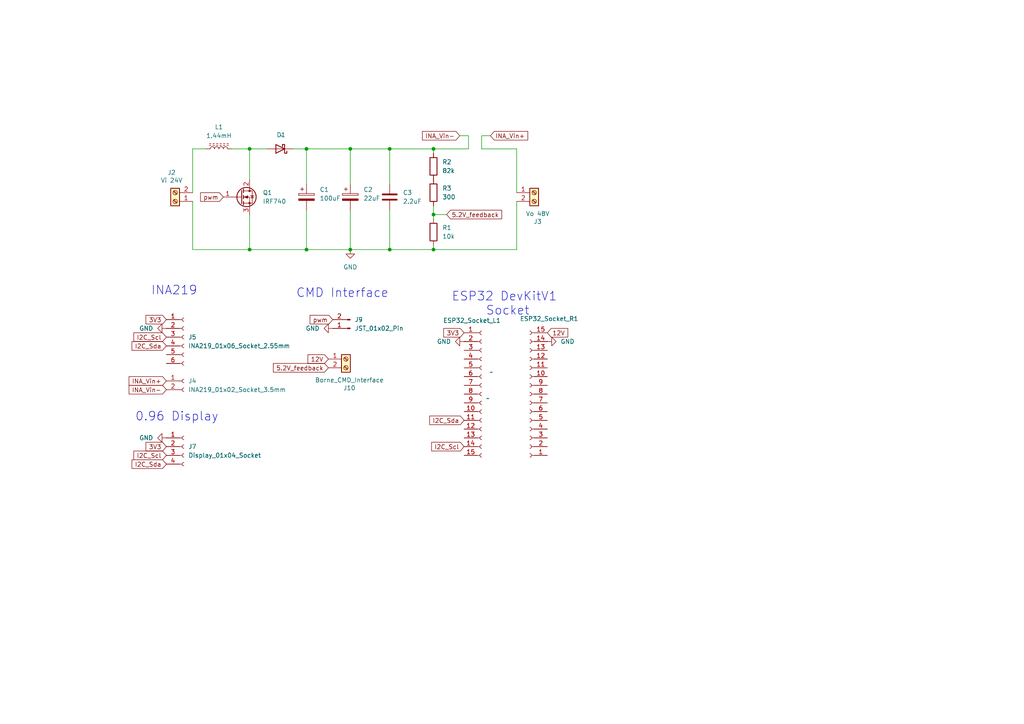
<source format=kicad_sch>
(kicad_sch
	(version 20231120)
	(generator "eeschema")
	(generator_version "8.0")
	(uuid "7080dea1-265b-4d20-a61a-e2885e90866f")
	(paper "A4")
	(title_block
		(title "Conversor Boost - PI2")
		(date "2024-10-10")
		(company "UFSC")
	)
	(lib_symbols
		(symbol "Connector:Conn_01x02_Pin"
			(pin_names
				(offset 1.016) hide)
			(exclude_from_sim no)
			(in_bom yes)
			(on_board yes)
			(property "Reference" "J"
				(at 0 2.54 0)
				(effects
					(font
						(size 1.27 1.27)
					)
				)
			)
			(property "Value" "Conn_01x02_Pin"
				(at 0 -5.08 0)
				(effects
					(font
						(size 1.27 1.27)
					)
				)
			)
			(property "Footprint" ""
				(at 0 0 0)
				(effects
					(font
						(size 1.27 1.27)
					)
					(hide yes)
				)
			)
			(property "Datasheet" "~"
				(at 0 0 0)
				(effects
					(font
						(size 1.27 1.27)
					)
					(hide yes)
				)
			)
			(property "Description" "Generic connector, single row, 01x02, script generated"
				(at 0 0 0)
				(effects
					(font
						(size 1.27 1.27)
					)
					(hide yes)
				)
			)
			(property "ki_locked" ""
				(at 0 0 0)
				(effects
					(font
						(size 1.27 1.27)
					)
				)
			)
			(property "ki_keywords" "connector"
				(at 0 0 0)
				(effects
					(font
						(size 1.27 1.27)
					)
					(hide yes)
				)
			)
			(property "ki_fp_filters" "Connector*:*_1x??_*"
				(at 0 0 0)
				(effects
					(font
						(size 1.27 1.27)
					)
					(hide yes)
				)
			)
			(symbol "Conn_01x02_Pin_1_1"
				(polyline
					(pts
						(xy 1.27 -2.54) (xy 0.8636 -2.54)
					)
					(stroke
						(width 0.1524)
						(type default)
					)
					(fill
						(type none)
					)
				)
				(polyline
					(pts
						(xy 1.27 0) (xy 0.8636 0)
					)
					(stroke
						(width 0.1524)
						(type default)
					)
					(fill
						(type none)
					)
				)
				(rectangle
					(start 0.8636 -2.413)
					(end 0 -2.667)
					(stroke
						(width 0.1524)
						(type default)
					)
					(fill
						(type outline)
					)
				)
				(rectangle
					(start 0.8636 0.127)
					(end 0 -0.127)
					(stroke
						(width 0.1524)
						(type default)
					)
					(fill
						(type outline)
					)
				)
				(pin passive line
					(at 5.08 0 180)
					(length 3.81)
					(name "Pin_1"
						(effects
							(font
								(size 1.27 1.27)
							)
						)
					)
					(number "1"
						(effects
							(font
								(size 1.27 1.27)
							)
						)
					)
				)
				(pin passive line
					(at 5.08 -2.54 180)
					(length 3.81)
					(name "Pin_2"
						(effects
							(font
								(size 1.27 1.27)
							)
						)
					)
					(number "2"
						(effects
							(font
								(size 1.27 1.27)
							)
						)
					)
				)
			)
		)
		(symbol "Connector:Conn_01x02_Socket"
			(pin_names
				(offset 1.016) hide)
			(exclude_from_sim no)
			(in_bom yes)
			(on_board yes)
			(property "Reference" "J"
				(at 0 2.54 0)
				(effects
					(font
						(size 1.27 1.27)
					)
				)
			)
			(property "Value" "Conn_01x02_Socket"
				(at 0 -5.08 0)
				(effects
					(font
						(size 1.27 1.27)
					)
				)
			)
			(property "Footprint" ""
				(at 0 0 0)
				(effects
					(font
						(size 1.27 1.27)
					)
					(hide yes)
				)
			)
			(property "Datasheet" "~"
				(at 0 0 0)
				(effects
					(font
						(size 1.27 1.27)
					)
					(hide yes)
				)
			)
			(property "Description" "Generic connector, single row, 01x02, script generated"
				(at 0 0 0)
				(effects
					(font
						(size 1.27 1.27)
					)
					(hide yes)
				)
			)
			(property "ki_locked" ""
				(at 0 0 0)
				(effects
					(font
						(size 1.27 1.27)
					)
				)
			)
			(property "ki_keywords" "connector"
				(at 0 0 0)
				(effects
					(font
						(size 1.27 1.27)
					)
					(hide yes)
				)
			)
			(property "ki_fp_filters" "Connector*:*_1x??_*"
				(at 0 0 0)
				(effects
					(font
						(size 1.27 1.27)
					)
					(hide yes)
				)
			)
			(symbol "Conn_01x02_Socket_1_1"
				(arc
					(start 0 -2.032)
					(mid -0.5058 -2.54)
					(end 0 -3.048)
					(stroke
						(width 0.1524)
						(type default)
					)
					(fill
						(type none)
					)
				)
				(polyline
					(pts
						(xy -1.27 -2.54) (xy -0.508 -2.54)
					)
					(stroke
						(width 0.1524)
						(type default)
					)
					(fill
						(type none)
					)
				)
				(polyline
					(pts
						(xy -1.27 0) (xy -0.508 0)
					)
					(stroke
						(width 0.1524)
						(type default)
					)
					(fill
						(type none)
					)
				)
				(arc
					(start 0 0.508)
					(mid -0.5058 0)
					(end 0 -0.508)
					(stroke
						(width 0.1524)
						(type default)
					)
					(fill
						(type none)
					)
				)
				(pin passive line
					(at -5.08 0 0)
					(length 3.81)
					(name "Pin_1"
						(effects
							(font
								(size 1.27 1.27)
							)
						)
					)
					(number "1"
						(effects
							(font
								(size 1.27 1.27)
							)
						)
					)
				)
				(pin passive line
					(at -5.08 -2.54 0)
					(length 3.81)
					(name "Pin_2"
						(effects
							(font
								(size 1.27 1.27)
							)
						)
					)
					(number "2"
						(effects
							(font
								(size 1.27 1.27)
							)
						)
					)
				)
			)
		)
		(symbol "Connector:Conn_01x04_Socket"
			(pin_names
				(offset 1.016) hide)
			(exclude_from_sim no)
			(in_bom yes)
			(on_board yes)
			(property "Reference" "J"
				(at 0 5.08 0)
				(effects
					(font
						(size 1.27 1.27)
					)
				)
			)
			(property "Value" "Conn_01x04_Socket"
				(at 0 -7.62 0)
				(effects
					(font
						(size 1.27 1.27)
					)
				)
			)
			(property "Footprint" ""
				(at 0 0 0)
				(effects
					(font
						(size 1.27 1.27)
					)
					(hide yes)
				)
			)
			(property "Datasheet" "~"
				(at 0 0 0)
				(effects
					(font
						(size 1.27 1.27)
					)
					(hide yes)
				)
			)
			(property "Description" "Generic connector, single row, 01x04, script generated"
				(at 0 0 0)
				(effects
					(font
						(size 1.27 1.27)
					)
					(hide yes)
				)
			)
			(property "ki_locked" ""
				(at 0 0 0)
				(effects
					(font
						(size 1.27 1.27)
					)
				)
			)
			(property "ki_keywords" "connector"
				(at 0 0 0)
				(effects
					(font
						(size 1.27 1.27)
					)
					(hide yes)
				)
			)
			(property "ki_fp_filters" "Connector*:*_1x??_*"
				(at 0 0 0)
				(effects
					(font
						(size 1.27 1.27)
					)
					(hide yes)
				)
			)
			(symbol "Conn_01x04_Socket_1_1"
				(arc
					(start 0 -4.572)
					(mid -0.5058 -5.08)
					(end 0 -5.588)
					(stroke
						(width 0.1524)
						(type default)
					)
					(fill
						(type none)
					)
				)
				(arc
					(start 0 -2.032)
					(mid -0.5058 -2.54)
					(end 0 -3.048)
					(stroke
						(width 0.1524)
						(type default)
					)
					(fill
						(type none)
					)
				)
				(polyline
					(pts
						(xy -1.27 -5.08) (xy -0.508 -5.08)
					)
					(stroke
						(width 0.1524)
						(type default)
					)
					(fill
						(type none)
					)
				)
				(polyline
					(pts
						(xy -1.27 -2.54) (xy -0.508 -2.54)
					)
					(stroke
						(width 0.1524)
						(type default)
					)
					(fill
						(type none)
					)
				)
				(polyline
					(pts
						(xy -1.27 0) (xy -0.508 0)
					)
					(stroke
						(width 0.1524)
						(type default)
					)
					(fill
						(type none)
					)
				)
				(polyline
					(pts
						(xy -1.27 2.54) (xy -0.508 2.54)
					)
					(stroke
						(width 0.1524)
						(type default)
					)
					(fill
						(type none)
					)
				)
				(arc
					(start 0 0.508)
					(mid -0.5058 0)
					(end 0 -0.508)
					(stroke
						(width 0.1524)
						(type default)
					)
					(fill
						(type none)
					)
				)
				(arc
					(start 0 3.048)
					(mid -0.5058 2.54)
					(end 0 2.032)
					(stroke
						(width 0.1524)
						(type default)
					)
					(fill
						(type none)
					)
				)
				(pin passive line
					(at -5.08 2.54 0)
					(length 3.81)
					(name "Pin_1"
						(effects
							(font
								(size 1.27 1.27)
							)
						)
					)
					(number "1"
						(effects
							(font
								(size 1.27 1.27)
							)
						)
					)
				)
				(pin passive line
					(at -5.08 0 0)
					(length 3.81)
					(name "Pin_2"
						(effects
							(font
								(size 1.27 1.27)
							)
						)
					)
					(number "2"
						(effects
							(font
								(size 1.27 1.27)
							)
						)
					)
				)
				(pin passive line
					(at -5.08 -2.54 0)
					(length 3.81)
					(name "Pin_3"
						(effects
							(font
								(size 1.27 1.27)
							)
						)
					)
					(number "3"
						(effects
							(font
								(size 1.27 1.27)
							)
						)
					)
				)
				(pin passive line
					(at -5.08 -5.08 0)
					(length 3.81)
					(name "Pin_4"
						(effects
							(font
								(size 1.27 1.27)
							)
						)
					)
					(number "4"
						(effects
							(font
								(size 1.27 1.27)
							)
						)
					)
				)
			)
		)
		(symbol "Connector:Conn_01x06_Socket"
			(pin_names
				(offset 1.016) hide)
			(exclude_from_sim no)
			(in_bom yes)
			(on_board yes)
			(property "Reference" "J"
				(at 0 7.62 0)
				(effects
					(font
						(size 1.27 1.27)
					)
				)
			)
			(property "Value" "Conn_01x06_Socket"
				(at 0 -10.16 0)
				(effects
					(font
						(size 1.27 1.27)
					)
				)
			)
			(property "Footprint" ""
				(at 0 0 0)
				(effects
					(font
						(size 1.27 1.27)
					)
					(hide yes)
				)
			)
			(property "Datasheet" "~"
				(at 0 0 0)
				(effects
					(font
						(size 1.27 1.27)
					)
					(hide yes)
				)
			)
			(property "Description" "Generic connector, single row, 01x06, script generated"
				(at 0 0 0)
				(effects
					(font
						(size 1.27 1.27)
					)
					(hide yes)
				)
			)
			(property "ki_locked" ""
				(at 0 0 0)
				(effects
					(font
						(size 1.27 1.27)
					)
				)
			)
			(property "ki_keywords" "connector"
				(at 0 0 0)
				(effects
					(font
						(size 1.27 1.27)
					)
					(hide yes)
				)
			)
			(property "ki_fp_filters" "Connector*:*_1x??_*"
				(at 0 0 0)
				(effects
					(font
						(size 1.27 1.27)
					)
					(hide yes)
				)
			)
			(symbol "Conn_01x06_Socket_1_1"
				(arc
					(start 0 -7.112)
					(mid -0.5058 -7.62)
					(end 0 -8.128)
					(stroke
						(width 0.1524)
						(type default)
					)
					(fill
						(type none)
					)
				)
				(arc
					(start 0 -4.572)
					(mid -0.5058 -5.08)
					(end 0 -5.588)
					(stroke
						(width 0.1524)
						(type default)
					)
					(fill
						(type none)
					)
				)
				(arc
					(start 0 -2.032)
					(mid -0.5058 -2.54)
					(end 0 -3.048)
					(stroke
						(width 0.1524)
						(type default)
					)
					(fill
						(type none)
					)
				)
				(polyline
					(pts
						(xy -1.27 -7.62) (xy -0.508 -7.62)
					)
					(stroke
						(width 0.1524)
						(type default)
					)
					(fill
						(type none)
					)
				)
				(polyline
					(pts
						(xy -1.27 -5.08) (xy -0.508 -5.08)
					)
					(stroke
						(width 0.1524)
						(type default)
					)
					(fill
						(type none)
					)
				)
				(polyline
					(pts
						(xy -1.27 -2.54) (xy -0.508 -2.54)
					)
					(stroke
						(width 0.1524)
						(type default)
					)
					(fill
						(type none)
					)
				)
				(polyline
					(pts
						(xy -1.27 0) (xy -0.508 0)
					)
					(stroke
						(width 0.1524)
						(type default)
					)
					(fill
						(type none)
					)
				)
				(polyline
					(pts
						(xy -1.27 2.54) (xy -0.508 2.54)
					)
					(stroke
						(width 0.1524)
						(type default)
					)
					(fill
						(type none)
					)
				)
				(polyline
					(pts
						(xy -1.27 5.08) (xy -0.508 5.08)
					)
					(stroke
						(width 0.1524)
						(type default)
					)
					(fill
						(type none)
					)
				)
				(arc
					(start 0 0.508)
					(mid -0.5058 0)
					(end 0 -0.508)
					(stroke
						(width 0.1524)
						(type default)
					)
					(fill
						(type none)
					)
				)
				(arc
					(start 0 3.048)
					(mid -0.5058 2.54)
					(end 0 2.032)
					(stroke
						(width 0.1524)
						(type default)
					)
					(fill
						(type none)
					)
				)
				(arc
					(start 0 5.588)
					(mid -0.5058 5.08)
					(end 0 4.572)
					(stroke
						(width 0.1524)
						(type default)
					)
					(fill
						(type none)
					)
				)
				(pin passive line
					(at -5.08 5.08 0)
					(length 3.81)
					(name "Pin_1"
						(effects
							(font
								(size 1.27 1.27)
							)
						)
					)
					(number "1"
						(effects
							(font
								(size 1.27 1.27)
							)
						)
					)
				)
				(pin passive line
					(at -5.08 2.54 0)
					(length 3.81)
					(name "Pin_2"
						(effects
							(font
								(size 1.27 1.27)
							)
						)
					)
					(number "2"
						(effects
							(font
								(size 1.27 1.27)
							)
						)
					)
				)
				(pin passive line
					(at -5.08 0 0)
					(length 3.81)
					(name "Pin_3"
						(effects
							(font
								(size 1.27 1.27)
							)
						)
					)
					(number "3"
						(effects
							(font
								(size 1.27 1.27)
							)
						)
					)
				)
				(pin passive line
					(at -5.08 -2.54 0)
					(length 3.81)
					(name "Pin_4"
						(effects
							(font
								(size 1.27 1.27)
							)
						)
					)
					(number "4"
						(effects
							(font
								(size 1.27 1.27)
							)
						)
					)
				)
				(pin passive line
					(at -5.08 -5.08 0)
					(length 3.81)
					(name "Pin_5"
						(effects
							(font
								(size 1.27 1.27)
							)
						)
					)
					(number "5"
						(effects
							(font
								(size 1.27 1.27)
							)
						)
					)
				)
				(pin passive line
					(at -5.08 -7.62 0)
					(length 3.81)
					(name "Pin_6"
						(effects
							(font
								(size 1.27 1.27)
							)
						)
					)
					(number "6"
						(effects
							(font
								(size 1.27 1.27)
							)
						)
					)
				)
			)
		)
		(symbol "Connector:Conn_01x15_Socket"
			(pin_names
				(offset 1.016) hide)
			(exclude_from_sim no)
			(in_bom yes)
			(on_board yes)
			(property "Reference" "J"
				(at 0 20.32 0)
				(effects
					(font
						(size 1.27 1.27)
					)
				)
			)
			(property "Value" "Conn_01x15_Socket"
				(at 0 -20.32 0)
				(effects
					(font
						(size 1.27 1.27)
					)
				)
			)
			(property "Footprint" ""
				(at 0 0 0)
				(effects
					(font
						(size 1.27 1.27)
					)
					(hide yes)
				)
			)
			(property "Datasheet" "~"
				(at 0 0 0)
				(effects
					(font
						(size 1.27 1.27)
					)
					(hide yes)
				)
			)
			(property "Description" "Generic connector, single row, 01x15, script generated"
				(at 0 0 0)
				(effects
					(font
						(size 1.27 1.27)
					)
					(hide yes)
				)
			)
			(property "ki_locked" ""
				(at 0 0 0)
				(effects
					(font
						(size 1.27 1.27)
					)
				)
			)
			(property "ki_keywords" "connector"
				(at 0 0 0)
				(effects
					(font
						(size 1.27 1.27)
					)
					(hide yes)
				)
			)
			(property "ki_fp_filters" "Connector*:*_1x??_*"
				(at 0 0 0)
				(effects
					(font
						(size 1.27 1.27)
					)
					(hide yes)
				)
			)
			(symbol "Conn_01x15_Socket_1_1"
				(arc
					(start 0 -17.272)
					(mid -0.5058 -17.78)
					(end 0 -18.288)
					(stroke
						(width 0.1524)
						(type default)
					)
					(fill
						(type none)
					)
				)
				(arc
					(start 0 -14.732)
					(mid -0.5058 -15.24)
					(end 0 -15.748)
					(stroke
						(width 0.1524)
						(type default)
					)
					(fill
						(type none)
					)
				)
				(arc
					(start 0 -12.192)
					(mid -0.5058 -12.7)
					(end 0 -13.208)
					(stroke
						(width 0.1524)
						(type default)
					)
					(fill
						(type none)
					)
				)
				(arc
					(start 0 -9.652)
					(mid -0.5058 -10.16)
					(end 0 -10.668)
					(stroke
						(width 0.1524)
						(type default)
					)
					(fill
						(type none)
					)
				)
				(arc
					(start 0 -7.112)
					(mid -0.5058 -7.62)
					(end 0 -8.128)
					(stroke
						(width 0.1524)
						(type default)
					)
					(fill
						(type none)
					)
				)
				(arc
					(start 0 -4.572)
					(mid -0.5058 -5.08)
					(end 0 -5.588)
					(stroke
						(width 0.1524)
						(type default)
					)
					(fill
						(type none)
					)
				)
				(arc
					(start 0 -2.032)
					(mid -0.5058 -2.54)
					(end 0 -3.048)
					(stroke
						(width 0.1524)
						(type default)
					)
					(fill
						(type none)
					)
				)
				(polyline
					(pts
						(xy -1.27 -17.78) (xy -0.508 -17.78)
					)
					(stroke
						(width 0.1524)
						(type default)
					)
					(fill
						(type none)
					)
				)
				(polyline
					(pts
						(xy -1.27 -15.24) (xy -0.508 -15.24)
					)
					(stroke
						(width 0.1524)
						(type default)
					)
					(fill
						(type none)
					)
				)
				(polyline
					(pts
						(xy -1.27 -12.7) (xy -0.508 -12.7)
					)
					(stroke
						(width 0.1524)
						(type default)
					)
					(fill
						(type none)
					)
				)
				(polyline
					(pts
						(xy -1.27 -10.16) (xy -0.508 -10.16)
					)
					(stroke
						(width 0.1524)
						(type default)
					)
					(fill
						(type none)
					)
				)
				(polyline
					(pts
						(xy -1.27 -7.62) (xy -0.508 -7.62)
					)
					(stroke
						(width 0.1524)
						(type default)
					)
					(fill
						(type none)
					)
				)
				(polyline
					(pts
						(xy -1.27 -5.08) (xy -0.508 -5.08)
					)
					(stroke
						(width 0.1524)
						(type default)
					)
					(fill
						(type none)
					)
				)
				(polyline
					(pts
						(xy -1.27 -2.54) (xy -0.508 -2.54)
					)
					(stroke
						(width 0.1524)
						(type default)
					)
					(fill
						(type none)
					)
				)
				(polyline
					(pts
						(xy -1.27 0) (xy -0.508 0)
					)
					(stroke
						(width 0.1524)
						(type default)
					)
					(fill
						(type none)
					)
				)
				(polyline
					(pts
						(xy -1.27 2.54) (xy -0.508 2.54)
					)
					(stroke
						(width 0.1524)
						(type default)
					)
					(fill
						(type none)
					)
				)
				(polyline
					(pts
						(xy -1.27 5.08) (xy -0.508 5.08)
					)
					(stroke
						(width 0.1524)
						(type default)
					)
					(fill
						(type none)
					)
				)
				(polyline
					(pts
						(xy -1.27 7.62) (xy -0.508 7.62)
					)
					(stroke
						(width 0.1524)
						(type default)
					)
					(fill
						(type none)
					)
				)
				(polyline
					(pts
						(xy -1.27 10.16) (xy -0.508 10.16)
					)
					(stroke
						(width 0.1524)
						(type default)
					)
					(fill
						(type none)
					)
				)
				(polyline
					(pts
						(xy -1.27 12.7) (xy -0.508 12.7)
					)
					(stroke
						(width 0.1524)
						(type default)
					)
					(fill
						(type none)
					)
				)
				(polyline
					(pts
						(xy -1.27 15.24) (xy -0.508 15.24)
					)
					(stroke
						(width 0.1524)
						(type default)
					)
					(fill
						(type none)
					)
				)
				(polyline
					(pts
						(xy -1.27 17.78) (xy -0.508 17.78)
					)
					(stroke
						(width 0.1524)
						(type default)
					)
					(fill
						(type none)
					)
				)
				(arc
					(start 0 0.508)
					(mid -0.5058 0)
					(end 0 -0.508)
					(stroke
						(width 0.1524)
						(type default)
					)
					(fill
						(type none)
					)
				)
				(arc
					(start 0 3.048)
					(mid -0.5058 2.54)
					(end 0 2.032)
					(stroke
						(width 0.1524)
						(type default)
					)
					(fill
						(type none)
					)
				)
				(arc
					(start 0 5.588)
					(mid -0.5058 5.08)
					(end 0 4.572)
					(stroke
						(width 0.1524)
						(type default)
					)
					(fill
						(type none)
					)
				)
				(arc
					(start 0 8.128)
					(mid -0.5058 7.62)
					(end 0 7.112)
					(stroke
						(width 0.1524)
						(type default)
					)
					(fill
						(type none)
					)
				)
				(arc
					(start 0 10.668)
					(mid -0.5058 10.16)
					(end 0 9.652)
					(stroke
						(width 0.1524)
						(type default)
					)
					(fill
						(type none)
					)
				)
				(arc
					(start 0 13.208)
					(mid -0.5058 12.7)
					(end 0 12.192)
					(stroke
						(width 0.1524)
						(type default)
					)
					(fill
						(type none)
					)
				)
				(arc
					(start 0 15.748)
					(mid -0.5058 15.24)
					(end 0 14.732)
					(stroke
						(width 0.1524)
						(type default)
					)
					(fill
						(type none)
					)
				)
				(arc
					(start 0 18.288)
					(mid -0.5058 17.78)
					(end 0 17.272)
					(stroke
						(width 0.1524)
						(type default)
					)
					(fill
						(type none)
					)
				)
				(pin passive line
					(at -5.08 17.78 0)
					(length 3.81)
					(name "Pin_1"
						(effects
							(font
								(size 1.27 1.27)
							)
						)
					)
					(number "1"
						(effects
							(font
								(size 1.27 1.27)
							)
						)
					)
				)
				(pin passive line
					(at -5.08 -5.08 0)
					(length 3.81)
					(name "Pin_10"
						(effects
							(font
								(size 1.27 1.27)
							)
						)
					)
					(number "10"
						(effects
							(font
								(size 1.27 1.27)
							)
						)
					)
				)
				(pin passive line
					(at -5.08 -7.62 0)
					(length 3.81)
					(name "Pin_11"
						(effects
							(font
								(size 1.27 1.27)
							)
						)
					)
					(number "11"
						(effects
							(font
								(size 1.27 1.27)
							)
						)
					)
				)
				(pin passive line
					(at -5.08 -10.16 0)
					(length 3.81)
					(name "Pin_12"
						(effects
							(font
								(size 1.27 1.27)
							)
						)
					)
					(number "12"
						(effects
							(font
								(size 1.27 1.27)
							)
						)
					)
				)
				(pin passive line
					(at -5.08 -12.7 0)
					(length 3.81)
					(name "Pin_13"
						(effects
							(font
								(size 1.27 1.27)
							)
						)
					)
					(number "13"
						(effects
							(font
								(size 1.27 1.27)
							)
						)
					)
				)
				(pin passive line
					(at -5.08 -15.24 0)
					(length 3.81)
					(name "Pin_14"
						(effects
							(font
								(size 1.27 1.27)
							)
						)
					)
					(number "14"
						(effects
							(font
								(size 1.27 1.27)
							)
						)
					)
				)
				(pin passive line
					(at -5.08 -17.78 0)
					(length 3.81)
					(name "Pin_15"
						(effects
							(font
								(size 1.27 1.27)
							)
						)
					)
					(number "15"
						(effects
							(font
								(size 1.27 1.27)
							)
						)
					)
				)
				(pin passive line
					(at -5.08 15.24 0)
					(length 3.81)
					(name "Pin_2"
						(effects
							(font
								(size 1.27 1.27)
							)
						)
					)
					(number "2"
						(effects
							(font
								(size 1.27 1.27)
							)
						)
					)
				)
				(pin passive line
					(at -5.08 12.7 0)
					(length 3.81)
					(name "Pin_3"
						(effects
							(font
								(size 1.27 1.27)
							)
						)
					)
					(number "3"
						(effects
							(font
								(size 1.27 1.27)
							)
						)
					)
				)
				(pin passive line
					(at -5.08 10.16 0)
					(length 3.81)
					(name "Pin_4"
						(effects
							(font
								(size 1.27 1.27)
							)
						)
					)
					(number "4"
						(effects
							(font
								(size 1.27 1.27)
							)
						)
					)
				)
				(pin passive line
					(at -5.08 7.62 0)
					(length 3.81)
					(name "Pin_5"
						(effects
							(font
								(size 1.27 1.27)
							)
						)
					)
					(number "5"
						(effects
							(font
								(size 1.27 1.27)
							)
						)
					)
				)
				(pin passive line
					(at -5.08 5.08 0)
					(length 3.81)
					(name "Pin_6"
						(effects
							(font
								(size 1.27 1.27)
							)
						)
					)
					(number "6"
						(effects
							(font
								(size 1.27 1.27)
							)
						)
					)
				)
				(pin passive line
					(at -5.08 2.54 0)
					(length 3.81)
					(name "Pin_7"
						(effects
							(font
								(size 1.27 1.27)
							)
						)
					)
					(number "7"
						(effects
							(font
								(size 1.27 1.27)
							)
						)
					)
				)
				(pin passive line
					(at -5.08 0 0)
					(length 3.81)
					(name "Pin_8"
						(effects
							(font
								(size 1.27 1.27)
							)
						)
					)
					(number "8"
						(effects
							(font
								(size 1.27 1.27)
							)
						)
					)
				)
				(pin passive line
					(at -5.08 -2.54 0)
					(length 3.81)
					(name "Pin_9"
						(effects
							(font
								(size 1.27 1.27)
							)
						)
					)
					(number "9"
						(effects
							(font
								(size 1.27 1.27)
							)
						)
					)
				)
			)
		)
		(symbol "Connector:Screw_Terminal_01x02"
			(pin_names
				(offset 1.016) hide)
			(exclude_from_sim no)
			(in_bom yes)
			(on_board yes)
			(property "Reference" "J"
				(at 0 2.54 0)
				(effects
					(font
						(size 1.27 1.27)
					)
				)
			)
			(property "Value" "Screw_Terminal_01x02"
				(at 0 -5.08 0)
				(effects
					(font
						(size 1.27 1.27)
					)
				)
			)
			(property "Footprint" ""
				(at 0 0 0)
				(effects
					(font
						(size 1.27 1.27)
					)
					(hide yes)
				)
			)
			(property "Datasheet" "~"
				(at 0 0 0)
				(effects
					(font
						(size 1.27 1.27)
					)
					(hide yes)
				)
			)
			(property "Description" "Generic screw terminal, single row, 01x02, script generated (kicad-library-utils/schlib/autogen/connector/)"
				(at 0 0 0)
				(effects
					(font
						(size 1.27 1.27)
					)
					(hide yes)
				)
			)
			(property "ki_keywords" "screw terminal"
				(at 0 0 0)
				(effects
					(font
						(size 1.27 1.27)
					)
					(hide yes)
				)
			)
			(property "ki_fp_filters" "TerminalBlock*:*"
				(at 0 0 0)
				(effects
					(font
						(size 1.27 1.27)
					)
					(hide yes)
				)
			)
			(symbol "Screw_Terminal_01x02_1_1"
				(rectangle
					(start -1.27 1.27)
					(end 1.27 -3.81)
					(stroke
						(width 0.254)
						(type default)
					)
					(fill
						(type background)
					)
				)
				(circle
					(center 0 -2.54)
					(radius 0.635)
					(stroke
						(width 0.1524)
						(type default)
					)
					(fill
						(type none)
					)
				)
				(polyline
					(pts
						(xy -0.5334 -2.2098) (xy 0.3302 -3.048)
					)
					(stroke
						(width 0.1524)
						(type default)
					)
					(fill
						(type none)
					)
				)
				(polyline
					(pts
						(xy -0.5334 0.3302) (xy 0.3302 -0.508)
					)
					(stroke
						(width 0.1524)
						(type default)
					)
					(fill
						(type none)
					)
				)
				(polyline
					(pts
						(xy -0.3556 -2.032) (xy 0.508 -2.8702)
					)
					(stroke
						(width 0.1524)
						(type default)
					)
					(fill
						(type none)
					)
				)
				(polyline
					(pts
						(xy -0.3556 0.508) (xy 0.508 -0.3302)
					)
					(stroke
						(width 0.1524)
						(type default)
					)
					(fill
						(type none)
					)
				)
				(circle
					(center 0 0)
					(radius 0.635)
					(stroke
						(width 0.1524)
						(type default)
					)
					(fill
						(type none)
					)
				)
				(pin passive line
					(at -5.08 0 0)
					(length 3.81)
					(name "Pin_1"
						(effects
							(font
								(size 1.27 1.27)
							)
						)
					)
					(number "1"
						(effects
							(font
								(size 1.27 1.27)
							)
						)
					)
				)
				(pin passive line
					(at -5.08 -2.54 0)
					(length 3.81)
					(name "Pin_2"
						(effects
							(font
								(size 1.27 1.27)
							)
						)
					)
					(number "2"
						(effects
							(font
								(size 1.27 1.27)
							)
						)
					)
				)
			)
		)
		(symbol "Device:C"
			(pin_numbers hide)
			(pin_names
				(offset 0.254)
			)
			(exclude_from_sim no)
			(in_bom yes)
			(on_board yes)
			(property "Reference" "C"
				(at 0.635 2.54 0)
				(effects
					(font
						(size 1.27 1.27)
					)
					(justify left)
				)
			)
			(property "Value" "C"
				(at 0.635 -2.54 0)
				(effects
					(font
						(size 1.27 1.27)
					)
					(justify left)
				)
			)
			(property "Footprint" ""
				(at 0.9652 -3.81 0)
				(effects
					(font
						(size 1.27 1.27)
					)
					(hide yes)
				)
			)
			(property "Datasheet" "~"
				(at 0 0 0)
				(effects
					(font
						(size 1.27 1.27)
					)
					(hide yes)
				)
			)
			(property "Description" "Unpolarized capacitor"
				(at 0 0 0)
				(effects
					(font
						(size 1.27 1.27)
					)
					(hide yes)
				)
			)
			(property "ki_keywords" "cap capacitor"
				(at 0 0 0)
				(effects
					(font
						(size 1.27 1.27)
					)
					(hide yes)
				)
			)
			(property "ki_fp_filters" "C_*"
				(at 0 0 0)
				(effects
					(font
						(size 1.27 1.27)
					)
					(hide yes)
				)
			)
			(symbol "C_0_1"
				(polyline
					(pts
						(xy -2.032 -0.762) (xy 2.032 -0.762)
					)
					(stroke
						(width 0.508)
						(type default)
					)
					(fill
						(type none)
					)
				)
				(polyline
					(pts
						(xy -2.032 0.762) (xy 2.032 0.762)
					)
					(stroke
						(width 0.508)
						(type default)
					)
					(fill
						(type none)
					)
				)
			)
			(symbol "C_1_1"
				(pin passive line
					(at 0 3.81 270)
					(length 2.794)
					(name "~"
						(effects
							(font
								(size 1.27 1.27)
							)
						)
					)
					(number "1"
						(effects
							(font
								(size 1.27 1.27)
							)
						)
					)
				)
				(pin passive line
					(at 0 -3.81 90)
					(length 2.794)
					(name "~"
						(effects
							(font
								(size 1.27 1.27)
							)
						)
					)
					(number "2"
						(effects
							(font
								(size 1.27 1.27)
							)
						)
					)
				)
			)
		)
		(symbol "Device:C_Polarized"
			(pin_numbers hide)
			(pin_names
				(offset 0.254)
			)
			(exclude_from_sim no)
			(in_bom yes)
			(on_board yes)
			(property "Reference" "C"
				(at 0.635 2.54 0)
				(effects
					(font
						(size 1.27 1.27)
					)
					(justify left)
				)
			)
			(property "Value" "C_Polarized"
				(at 0.635 -2.54 0)
				(effects
					(font
						(size 1.27 1.27)
					)
					(justify left)
				)
			)
			(property "Footprint" ""
				(at 0.9652 -3.81 0)
				(effects
					(font
						(size 1.27 1.27)
					)
					(hide yes)
				)
			)
			(property "Datasheet" "~"
				(at 0 0 0)
				(effects
					(font
						(size 1.27 1.27)
					)
					(hide yes)
				)
			)
			(property "Description" "Polarized capacitor"
				(at 0 0 0)
				(effects
					(font
						(size 1.27 1.27)
					)
					(hide yes)
				)
			)
			(property "ki_keywords" "cap capacitor"
				(at 0 0 0)
				(effects
					(font
						(size 1.27 1.27)
					)
					(hide yes)
				)
			)
			(property "ki_fp_filters" "CP_*"
				(at 0 0 0)
				(effects
					(font
						(size 1.27 1.27)
					)
					(hide yes)
				)
			)
			(symbol "C_Polarized_0_1"
				(rectangle
					(start -2.286 0.508)
					(end 2.286 1.016)
					(stroke
						(width 0)
						(type default)
					)
					(fill
						(type none)
					)
				)
				(polyline
					(pts
						(xy -1.778 2.286) (xy -0.762 2.286)
					)
					(stroke
						(width 0)
						(type default)
					)
					(fill
						(type none)
					)
				)
				(polyline
					(pts
						(xy -1.27 2.794) (xy -1.27 1.778)
					)
					(stroke
						(width 0)
						(type default)
					)
					(fill
						(type none)
					)
				)
				(rectangle
					(start 2.286 -0.508)
					(end -2.286 -1.016)
					(stroke
						(width 0)
						(type default)
					)
					(fill
						(type outline)
					)
				)
			)
			(symbol "C_Polarized_1_1"
				(pin passive line
					(at 0 3.81 270)
					(length 2.794)
					(name "~"
						(effects
							(font
								(size 1.27 1.27)
							)
						)
					)
					(number "1"
						(effects
							(font
								(size 1.27 1.27)
							)
						)
					)
				)
				(pin passive line
					(at 0 -3.81 90)
					(length 2.794)
					(name "~"
						(effects
							(font
								(size 1.27 1.27)
							)
						)
					)
					(number "2"
						(effects
							(font
								(size 1.27 1.27)
							)
						)
					)
				)
			)
		)
		(symbol "Device:D_Schottky"
			(pin_numbers hide)
			(pin_names
				(offset 1.016) hide)
			(exclude_from_sim no)
			(in_bom yes)
			(on_board yes)
			(property "Reference" "D"
				(at 0 2.54 0)
				(effects
					(font
						(size 1.27 1.27)
					)
				)
			)
			(property "Value" "D_Schottky"
				(at 0 -2.54 0)
				(effects
					(font
						(size 1.27 1.27)
					)
				)
			)
			(property "Footprint" ""
				(at 0 0 0)
				(effects
					(font
						(size 1.27 1.27)
					)
					(hide yes)
				)
			)
			(property "Datasheet" "~"
				(at 0 0 0)
				(effects
					(font
						(size 1.27 1.27)
					)
					(hide yes)
				)
			)
			(property "Description" "Schottky diode"
				(at 0 0 0)
				(effects
					(font
						(size 1.27 1.27)
					)
					(hide yes)
				)
			)
			(property "ki_keywords" "diode Schottky"
				(at 0 0 0)
				(effects
					(font
						(size 1.27 1.27)
					)
					(hide yes)
				)
			)
			(property "ki_fp_filters" "TO-???* *_Diode_* *SingleDiode* D_*"
				(at 0 0 0)
				(effects
					(font
						(size 1.27 1.27)
					)
					(hide yes)
				)
			)
			(symbol "D_Schottky_0_1"
				(polyline
					(pts
						(xy 1.27 0) (xy -1.27 0)
					)
					(stroke
						(width 0)
						(type default)
					)
					(fill
						(type none)
					)
				)
				(polyline
					(pts
						(xy 1.27 1.27) (xy 1.27 -1.27) (xy -1.27 0) (xy 1.27 1.27)
					)
					(stroke
						(width 0.254)
						(type default)
					)
					(fill
						(type none)
					)
				)
				(polyline
					(pts
						(xy -1.905 0.635) (xy -1.905 1.27) (xy -1.27 1.27) (xy -1.27 -1.27) (xy -0.635 -1.27) (xy -0.635 -0.635)
					)
					(stroke
						(width 0.254)
						(type default)
					)
					(fill
						(type none)
					)
				)
			)
			(symbol "D_Schottky_1_1"
				(pin passive line
					(at -3.81 0 0)
					(length 2.54)
					(name "K"
						(effects
							(font
								(size 1.27 1.27)
							)
						)
					)
					(number "1"
						(effects
							(font
								(size 1.27 1.27)
							)
						)
					)
				)
				(pin passive line
					(at 3.81 0 180)
					(length 2.54)
					(name "A"
						(effects
							(font
								(size 1.27 1.27)
							)
						)
					)
					(number "2"
						(effects
							(font
								(size 1.27 1.27)
							)
						)
					)
				)
			)
		)
		(symbol "Device:L_Ferrite"
			(pin_numbers hide)
			(pin_names
				(offset 1.016) hide)
			(exclude_from_sim no)
			(in_bom yes)
			(on_board yes)
			(property "Reference" "L"
				(at -1.27 0 90)
				(effects
					(font
						(size 1.27 1.27)
					)
				)
			)
			(property "Value" "L_Ferrite"
				(at 2.794 0 90)
				(effects
					(font
						(size 1.27 1.27)
					)
				)
			)
			(property "Footprint" ""
				(at 0 0 0)
				(effects
					(font
						(size 1.27 1.27)
					)
					(hide yes)
				)
			)
			(property "Datasheet" "~"
				(at 0 0 0)
				(effects
					(font
						(size 1.27 1.27)
					)
					(hide yes)
				)
			)
			(property "Description" "Inductor with ferrite core"
				(at 0 0 0)
				(effects
					(font
						(size 1.27 1.27)
					)
					(hide yes)
				)
			)
			(property "ki_keywords" "inductor choke coil reactor magnetic"
				(at 0 0 0)
				(effects
					(font
						(size 1.27 1.27)
					)
					(hide yes)
				)
			)
			(property "ki_fp_filters" "Choke_* *Coil* Inductor_* L_*"
				(at 0 0 0)
				(effects
					(font
						(size 1.27 1.27)
					)
					(hide yes)
				)
			)
			(symbol "L_Ferrite_0_1"
				(arc
					(start 0 -2.54)
					(mid 0.6323 -1.905)
					(end 0 -1.27)
					(stroke
						(width 0)
						(type default)
					)
					(fill
						(type none)
					)
				)
				(arc
					(start 0 -1.27)
					(mid 0.6323 -0.635)
					(end 0 0)
					(stroke
						(width 0)
						(type default)
					)
					(fill
						(type none)
					)
				)
				(polyline
					(pts
						(xy 1.016 -2.794) (xy 1.016 -2.286)
					)
					(stroke
						(width 0)
						(type default)
					)
					(fill
						(type none)
					)
				)
				(polyline
					(pts
						(xy 1.016 -1.778) (xy 1.016 -1.27)
					)
					(stroke
						(width 0)
						(type default)
					)
					(fill
						(type none)
					)
				)
				(polyline
					(pts
						(xy 1.016 -0.762) (xy 1.016 -0.254)
					)
					(stroke
						(width 0)
						(type default)
					)
					(fill
						(type none)
					)
				)
				(polyline
					(pts
						(xy 1.016 0.254) (xy 1.016 0.762)
					)
					(stroke
						(width 0)
						(type default)
					)
					(fill
						(type none)
					)
				)
				(polyline
					(pts
						(xy 1.016 1.27) (xy 1.016 1.778)
					)
					(stroke
						(width 0)
						(type default)
					)
					(fill
						(type none)
					)
				)
				(polyline
					(pts
						(xy 1.016 2.286) (xy 1.016 2.794)
					)
					(stroke
						(width 0)
						(type default)
					)
					(fill
						(type none)
					)
				)
				(polyline
					(pts
						(xy 1.524 -2.286) (xy 1.524 -2.794)
					)
					(stroke
						(width 0)
						(type default)
					)
					(fill
						(type none)
					)
				)
				(polyline
					(pts
						(xy 1.524 -1.27) (xy 1.524 -1.778)
					)
					(stroke
						(width 0)
						(type default)
					)
					(fill
						(type none)
					)
				)
				(polyline
					(pts
						(xy 1.524 -0.254) (xy 1.524 -0.762)
					)
					(stroke
						(width 0)
						(type default)
					)
					(fill
						(type none)
					)
				)
				(polyline
					(pts
						(xy 1.524 0.762) (xy 1.524 0.254)
					)
					(stroke
						(width 0)
						(type default)
					)
					(fill
						(type none)
					)
				)
				(polyline
					(pts
						(xy 1.524 1.778) (xy 1.524 1.27)
					)
					(stroke
						(width 0)
						(type default)
					)
					(fill
						(type none)
					)
				)
				(polyline
					(pts
						(xy 1.524 2.794) (xy 1.524 2.286)
					)
					(stroke
						(width 0)
						(type default)
					)
					(fill
						(type none)
					)
				)
				(arc
					(start 0 0)
					(mid 0.6323 0.635)
					(end 0 1.27)
					(stroke
						(width 0)
						(type default)
					)
					(fill
						(type none)
					)
				)
				(arc
					(start 0 1.27)
					(mid 0.6323 1.905)
					(end 0 2.54)
					(stroke
						(width 0)
						(type default)
					)
					(fill
						(type none)
					)
				)
			)
			(symbol "L_Ferrite_1_1"
				(pin passive line
					(at 0 3.81 270)
					(length 1.27)
					(name "1"
						(effects
							(font
								(size 1.27 1.27)
							)
						)
					)
					(number "1"
						(effects
							(font
								(size 1.27 1.27)
							)
						)
					)
				)
				(pin passive line
					(at 0 -3.81 90)
					(length 1.27)
					(name "2"
						(effects
							(font
								(size 1.27 1.27)
							)
						)
					)
					(number "2"
						(effects
							(font
								(size 1.27 1.27)
							)
						)
					)
				)
			)
		)
		(symbol "Device:R"
			(pin_numbers hide)
			(pin_names
				(offset 0)
			)
			(exclude_from_sim no)
			(in_bom yes)
			(on_board yes)
			(property "Reference" "R"
				(at 2.032 0 90)
				(effects
					(font
						(size 1.27 1.27)
					)
				)
			)
			(property "Value" "R"
				(at 0 0 90)
				(effects
					(font
						(size 1.27 1.27)
					)
				)
			)
			(property "Footprint" ""
				(at -1.778 0 90)
				(effects
					(font
						(size 1.27 1.27)
					)
					(hide yes)
				)
			)
			(property "Datasheet" "~"
				(at 0 0 0)
				(effects
					(font
						(size 1.27 1.27)
					)
					(hide yes)
				)
			)
			(property "Description" "Resistor"
				(at 0 0 0)
				(effects
					(font
						(size 1.27 1.27)
					)
					(hide yes)
				)
			)
			(property "ki_keywords" "R res resistor"
				(at 0 0 0)
				(effects
					(font
						(size 1.27 1.27)
					)
					(hide yes)
				)
			)
			(property "ki_fp_filters" "R_*"
				(at 0 0 0)
				(effects
					(font
						(size 1.27 1.27)
					)
					(hide yes)
				)
			)
			(symbol "R_0_1"
				(rectangle
					(start -1.016 -2.54)
					(end 1.016 2.54)
					(stroke
						(width 0.254)
						(type default)
					)
					(fill
						(type none)
					)
				)
			)
			(symbol "R_1_1"
				(pin passive line
					(at 0 3.81 270)
					(length 1.27)
					(name "~"
						(effects
							(font
								(size 1.27 1.27)
							)
						)
					)
					(number "1"
						(effects
							(font
								(size 1.27 1.27)
							)
						)
					)
				)
				(pin passive line
					(at 0 -3.81 90)
					(length 1.27)
					(name "~"
						(effects
							(font
								(size 1.27 1.27)
							)
						)
					)
					(number "2"
						(effects
							(font
								(size 1.27 1.27)
							)
						)
					)
				)
			)
		)
		(symbol "Transistor_FET:IRF740"
			(pin_names hide)
			(exclude_from_sim no)
			(in_bom yes)
			(on_board yes)
			(property "Reference" "Q"
				(at 5.08 1.905 0)
				(effects
					(font
						(size 1.27 1.27)
					)
					(justify left)
				)
			)
			(property "Value" "IRF740"
				(at 5.08 0 0)
				(effects
					(font
						(size 1.27 1.27)
					)
					(justify left)
				)
			)
			(property "Footprint" "Package_TO_SOT_THT:TO-220-3_Vertical"
				(at 5.08 -1.905 0)
				(effects
					(font
						(size 1.27 1.27)
						(italic yes)
					)
					(justify left)
					(hide yes)
				)
			)
			(property "Datasheet" "http://www.vishay.com/docs/91054/91054.pdf"
				(at 5.08 -3.81 0)
				(effects
					(font
						(size 1.27 1.27)
					)
					(justify left)
					(hide yes)
				)
			)
			(property "Description" "10A Id, 400V Vds, N-Channel Power MOSFET, 500mOhm Rds, TO-220AB"
				(at 0 0 0)
				(effects
					(font
						(size 1.27 1.27)
					)
					(hide yes)
				)
			)
			(property "ki_keywords" "N Channel"
				(at 0 0 0)
				(effects
					(font
						(size 1.27 1.27)
					)
					(hide yes)
				)
			)
			(property "ki_fp_filters" "TO?220*"
				(at 0 0 0)
				(effects
					(font
						(size 1.27 1.27)
					)
					(hide yes)
				)
			)
			(symbol "IRF740_0_1"
				(polyline
					(pts
						(xy 0.254 0) (xy -2.54 0)
					)
					(stroke
						(width 0)
						(type default)
					)
					(fill
						(type none)
					)
				)
				(polyline
					(pts
						(xy 0.254 1.905) (xy 0.254 -1.905)
					)
					(stroke
						(width 0.254)
						(type default)
					)
					(fill
						(type none)
					)
				)
				(polyline
					(pts
						(xy 0.762 -1.27) (xy 0.762 -2.286)
					)
					(stroke
						(width 0.254)
						(type default)
					)
					(fill
						(type none)
					)
				)
				(polyline
					(pts
						(xy 0.762 0.508) (xy 0.762 -0.508)
					)
					(stroke
						(width 0.254)
						(type default)
					)
					(fill
						(type none)
					)
				)
				(polyline
					(pts
						(xy 0.762 2.286) (xy 0.762 1.27)
					)
					(stroke
						(width 0.254)
						(type default)
					)
					(fill
						(type none)
					)
				)
				(polyline
					(pts
						(xy 2.54 2.54) (xy 2.54 1.778)
					)
					(stroke
						(width 0)
						(type default)
					)
					(fill
						(type none)
					)
				)
				(polyline
					(pts
						(xy 2.54 -2.54) (xy 2.54 0) (xy 0.762 0)
					)
					(stroke
						(width 0)
						(type default)
					)
					(fill
						(type none)
					)
				)
				(polyline
					(pts
						(xy 0.762 -1.778) (xy 3.302 -1.778) (xy 3.302 1.778) (xy 0.762 1.778)
					)
					(stroke
						(width 0)
						(type default)
					)
					(fill
						(type none)
					)
				)
				(polyline
					(pts
						(xy 1.016 0) (xy 2.032 0.381) (xy 2.032 -0.381) (xy 1.016 0)
					)
					(stroke
						(width 0)
						(type default)
					)
					(fill
						(type outline)
					)
				)
				(polyline
					(pts
						(xy 2.794 0.508) (xy 2.921 0.381) (xy 3.683 0.381) (xy 3.81 0.254)
					)
					(stroke
						(width 0)
						(type default)
					)
					(fill
						(type none)
					)
				)
				(polyline
					(pts
						(xy 3.302 0.381) (xy 2.921 -0.254) (xy 3.683 -0.254) (xy 3.302 0.381)
					)
					(stroke
						(width 0)
						(type default)
					)
					(fill
						(type none)
					)
				)
				(circle
					(center 1.651 0)
					(radius 2.794)
					(stroke
						(width 0.254)
						(type default)
					)
					(fill
						(type none)
					)
				)
				(circle
					(center 2.54 -1.778)
					(radius 0.254)
					(stroke
						(width 0)
						(type default)
					)
					(fill
						(type outline)
					)
				)
				(circle
					(center 2.54 1.778)
					(radius 0.254)
					(stroke
						(width 0)
						(type default)
					)
					(fill
						(type outline)
					)
				)
			)
			(symbol "IRF740_1_1"
				(pin input line
					(at -5.08 0 0)
					(length 2.54)
					(name "G"
						(effects
							(font
								(size 1.27 1.27)
							)
						)
					)
					(number "1"
						(effects
							(font
								(size 1.27 1.27)
							)
						)
					)
				)
				(pin passive line
					(at 2.54 5.08 270)
					(length 2.54)
					(name "D"
						(effects
							(font
								(size 1.27 1.27)
							)
						)
					)
					(number "2"
						(effects
							(font
								(size 1.27 1.27)
							)
						)
					)
				)
				(pin passive line
					(at 2.54 -5.08 90)
					(length 2.54)
					(name "S"
						(effects
							(font
								(size 1.27 1.27)
							)
						)
					)
					(number "3"
						(effects
							(font
								(size 1.27 1.27)
							)
						)
					)
				)
			)
		)
		(symbol "power:GND"
			(power)
			(pin_numbers hide)
			(pin_names
				(offset 0) hide)
			(exclude_from_sim no)
			(in_bom yes)
			(on_board yes)
			(property "Reference" "#PWR"
				(at 0 -6.35 0)
				(effects
					(font
						(size 1.27 1.27)
					)
					(hide yes)
				)
			)
			(property "Value" "GND"
				(at 0 -3.81 0)
				(effects
					(font
						(size 1.27 1.27)
					)
				)
			)
			(property "Footprint" ""
				(at 0 0 0)
				(effects
					(font
						(size 1.27 1.27)
					)
					(hide yes)
				)
			)
			(property "Datasheet" ""
				(at 0 0 0)
				(effects
					(font
						(size 1.27 1.27)
					)
					(hide yes)
				)
			)
			(property "Description" "Power symbol creates a global label with name \"GND\" , ground"
				(at 0 0 0)
				(effects
					(font
						(size 1.27 1.27)
					)
					(hide yes)
				)
			)
			(property "ki_keywords" "global power"
				(at 0 0 0)
				(effects
					(font
						(size 1.27 1.27)
					)
					(hide yes)
				)
			)
			(symbol "GND_0_1"
				(polyline
					(pts
						(xy 0 0) (xy 0 -1.27) (xy 1.27 -1.27) (xy 0 -2.54) (xy -1.27 -1.27) (xy 0 -1.27)
					)
					(stroke
						(width 0)
						(type default)
					)
					(fill
						(type none)
					)
				)
			)
			(symbol "GND_1_1"
				(pin power_in line
					(at 0 0 270)
					(length 0)
					(name "~"
						(effects
							(font
								(size 1.27 1.27)
							)
						)
					)
					(number "1"
						(effects
							(font
								(size 1.27 1.27)
							)
						)
					)
				)
			)
		)
	)
	(junction
		(at 125.73 43.18)
		(diameter 0)
		(color 0 0 0 0)
		(uuid "029f47cb-310d-4209-afc9-7f52952a861a")
	)
	(junction
		(at 125.73 62.23)
		(diameter 0)
		(color 0 0 0 0)
		(uuid "19fff2b0-a481-4a86-a0f3-b68116221628")
	)
	(junction
		(at 113.03 72.39)
		(diameter 0)
		(color 0 0 0 0)
		(uuid "1af9e5c4-dfbc-45cb-bc8a-73db97ba138c")
	)
	(junction
		(at 101.6 43.18)
		(diameter 0)
		(color 0 0 0 0)
		(uuid "35c69d09-d40c-47ff-b628-59c646f6b35b")
	)
	(junction
		(at 72.39 43.18)
		(diameter 0)
		(color 0 0 0 0)
		(uuid "40cae6a3-9a1e-4586-bae8-0f533db78ea8")
	)
	(junction
		(at 113.03 43.18)
		(diameter 0)
		(color 0 0 0 0)
		(uuid "5c40f7f8-c2c4-434f-a93c-06449c425294")
	)
	(junction
		(at 101.6 72.39)
		(diameter 0)
		(color 0 0 0 0)
		(uuid "5c63e2a9-9f77-4d9c-b2e3-c9d621fdb51d")
	)
	(junction
		(at 72.39 72.39)
		(diameter 0)
		(color 0 0 0 0)
		(uuid "7b0a39ef-65aa-4a0a-aaef-8e121bae85aa")
	)
	(junction
		(at 88.9 43.18)
		(diameter 0)
		(color 0 0 0 0)
		(uuid "a6973791-e4b1-477f-91d0-98c3a516097e")
	)
	(junction
		(at 88.9 72.39)
		(diameter 0)
		(color 0 0 0 0)
		(uuid "e15b4468-c875-4e1c-b41f-4ea51ef447ac")
	)
	(junction
		(at 125.73 72.39)
		(diameter 0)
		(color 0 0 0 0)
		(uuid "f5bfe04d-703f-44bf-a1c5-6d0ac270d1ec")
	)
	(wire
		(pts
			(xy 88.9 43.18) (xy 85.09 43.18)
		)
		(stroke
			(width 0)
			(type default)
		)
		(uuid "09e88fd0-c707-4113-b627-cac92d584f13")
	)
	(wire
		(pts
			(xy 101.6 43.18) (xy 113.03 43.18)
		)
		(stroke
			(width 0)
			(type default)
		)
		(uuid "0c3406b5-e7c7-4acc-89c8-0605034e21af")
	)
	(wire
		(pts
			(xy 139.7 43.18) (xy 139.7 39.37)
		)
		(stroke
			(width 0)
			(type default)
		)
		(uuid "1c1fce30-1070-408d-a64c-b9f2b146e922")
	)
	(wire
		(pts
			(xy 149.86 43.18) (xy 139.7 43.18)
		)
		(stroke
			(width 0)
			(type default)
		)
		(uuid "2410dfb0-f8e5-4500-812a-52fc0836284b")
	)
	(wire
		(pts
			(xy 72.39 72.39) (xy 88.9 72.39)
		)
		(stroke
			(width 0)
			(type default)
		)
		(uuid "25f9ce9f-11c5-4fde-99f1-b6e9ccbbbc66")
	)
	(wire
		(pts
			(xy 72.39 43.18) (xy 77.47 43.18)
		)
		(stroke
			(width 0)
			(type default)
		)
		(uuid "263fa283-6e3c-4518-80d9-479bf6562f9d")
	)
	(wire
		(pts
			(xy 88.9 60.96) (xy 88.9 72.39)
		)
		(stroke
			(width 0)
			(type default)
		)
		(uuid "35e751e9-854f-4d61-93ff-1e764c269826")
	)
	(wire
		(pts
			(xy 149.86 72.39) (xy 149.86 58.42)
		)
		(stroke
			(width 0)
			(type default)
		)
		(uuid "43d92843-a5fa-485d-b633-786e4939aea8")
	)
	(wire
		(pts
			(xy 125.73 62.23) (xy 125.73 63.5)
		)
		(stroke
			(width 0)
			(type default)
		)
		(uuid "4f325962-399c-42b2-924d-ee737ac35fb6")
	)
	(wire
		(pts
			(xy 113.03 60.96) (xy 113.03 72.39)
		)
		(stroke
			(width 0)
			(type default)
		)
		(uuid "54db2b36-ec0b-41a2-b574-bf65e98ad38e")
	)
	(wire
		(pts
			(xy 101.6 43.18) (xy 101.6 53.34)
		)
		(stroke
			(width 0)
			(type default)
		)
		(uuid "56883762-1705-4258-a50a-b9f13d3277f8")
	)
	(wire
		(pts
			(xy 125.73 43.18) (xy 135.89 43.18)
		)
		(stroke
			(width 0)
			(type default)
		)
		(uuid "5a905cee-8da0-46db-9a34-da5a10766b9f")
	)
	(wire
		(pts
			(xy 125.73 72.39) (xy 149.86 72.39)
		)
		(stroke
			(width 0)
			(type default)
		)
		(uuid "5dada238-27c6-4e7b-998c-fe507824afbc")
	)
	(wire
		(pts
			(xy 72.39 62.23) (xy 72.39 72.39)
		)
		(stroke
			(width 0)
			(type default)
		)
		(uuid "65dcd875-806d-47d9-b01f-e8d3a8c167c4")
	)
	(wire
		(pts
			(xy 55.88 72.39) (xy 72.39 72.39)
		)
		(stroke
			(width 0)
			(type default)
		)
		(uuid "6aa5e7e4-7184-4c37-ba53-3ebb31c909a7")
	)
	(wire
		(pts
			(xy 67.31 43.18) (xy 72.39 43.18)
		)
		(stroke
			(width 0)
			(type default)
		)
		(uuid "75120b4e-8c0f-487c-895d-6bd69e78d499")
	)
	(wire
		(pts
			(xy 101.6 60.96) (xy 101.6 72.39)
		)
		(stroke
			(width 0)
			(type default)
		)
		(uuid "77fea7cf-31f0-46e2-a425-ac58ae6b906f")
	)
	(wire
		(pts
			(xy 88.9 43.18) (xy 101.6 43.18)
		)
		(stroke
			(width 0)
			(type default)
		)
		(uuid "8d939f90-cb37-4e1f-8e59-d7cd851ba13d")
	)
	(wire
		(pts
			(xy 113.03 43.18) (xy 113.03 53.34)
		)
		(stroke
			(width 0)
			(type default)
		)
		(uuid "9618e859-88d9-4262-a1cf-026d84edabac")
	)
	(wire
		(pts
			(xy 55.88 55.88) (xy 55.88 43.18)
		)
		(stroke
			(width 0)
			(type default)
		)
		(uuid "98842126-fa87-485f-aa65-70b5584955af")
	)
	(wire
		(pts
			(xy 88.9 72.39) (xy 101.6 72.39)
		)
		(stroke
			(width 0)
			(type default)
		)
		(uuid "9892f56a-820b-4557-a969-705878b8d45e")
	)
	(wire
		(pts
			(xy 101.6 72.39) (xy 113.03 72.39)
		)
		(stroke
			(width 0)
			(type default)
		)
		(uuid "9ffc2347-48c6-490b-9a27-29bdc35ebfd6")
	)
	(wire
		(pts
			(xy 125.73 43.18) (xy 125.73 44.45)
		)
		(stroke
			(width 0)
			(type default)
		)
		(uuid "a763e0d0-af32-4305-ba9d-c1ce5fbf80ea")
	)
	(wire
		(pts
			(xy 55.88 43.18) (xy 59.69 43.18)
		)
		(stroke
			(width 0)
			(type default)
		)
		(uuid "b032b9a2-c91f-433c-a6be-7a3e5400f00d")
	)
	(wire
		(pts
			(xy 72.39 52.07) (xy 72.39 43.18)
		)
		(stroke
			(width 0)
			(type default)
		)
		(uuid "b236f286-d784-42f5-ab85-e8209bd13b37")
	)
	(wire
		(pts
			(xy 125.73 62.23) (xy 129.54 62.23)
		)
		(stroke
			(width 0)
			(type default)
		)
		(uuid "b9de4b5d-62dd-4f4e-8dfb-a16fa1c5bca8")
	)
	(wire
		(pts
			(xy 113.03 72.39) (xy 125.73 72.39)
		)
		(stroke
			(width 0)
			(type default)
		)
		(uuid "b9fa9dd1-f079-43e8-9557-7df8b7dca6eb")
	)
	(wire
		(pts
			(xy 139.7 39.37) (xy 142.24 39.37)
		)
		(stroke
			(width 0)
			(type default)
		)
		(uuid "c1b16928-12ab-439b-848c-246abfcf5096")
	)
	(wire
		(pts
			(xy 149.86 43.18) (xy 149.86 55.88)
		)
		(stroke
			(width 0)
			(type default)
		)
		(uuid "c8af5a0d-977d-4176-8cf8-ceb11c4edb28")
	)
	(wire
		(pts
			(xy 88.9 43.18) (xy 88.9 53.34)
		)
		(stroke
			(width 0)
			(type default)
		)
		(uuid "c8fb3c5f-0fde-4cc6-add4-956251f2767f")
	)
	(wire
		(pts
			(xy 113.03 43.18) (xy 125.73 43.18)
		)
		(stroke
			(width 0)
			(type default)
		)
		(uuid "d0b81412-95d7-45fc-8c1a-e5dbdd201d6b")
	)
	(wire
		(pts
			(xy 125.73 71.12) (xy 125.73 72.39)
		)
		(stroke
			(width 0)
			(type default)
		)
		(uuid "d1cdb694-36e0-400a-b251-58b978eedd35")
	)
	(wire
		(pts
			(xy 135.89 39.37) (xy 133.35 39.37)
		)
		(stroke
			(width 0)
			(type default)
		)
		(uuid "d9f1b1e3-728a-47ca-9986-4a9fdf20e146")
	)
	(wire
		(pts
			(xy 125.73 59.69) (xy 125.73 62.23)
		)
		(stroke
			(width 0)
			(type default)
		)
		(uuid "df96d5ff-4628-4e20-b088-b70b8e09f6aa")
	)
	(wire
		(pts
			(xy 135.89 43.18) (xy 135.89 39.37)
		)
		(stroke
			(width 0)
			(type default)
		)
		(uuid "e088e29b-eb1b-41ef-a373-d9d8003c3008")
	)
	(wire
		(pts
			(xy 55.88 58.42) (xy 55.88 72.39)
		)
		(stroke
			(width 0)
			(type default)
		)
		(uuid "e10226d3-b62b-4e68-a23c-cdac02eca000")
	)
	(text "0.96 Display"
		(exclude_from_sim no)
		(at 51.308 120.904 0)
		(effects
			(font
				(size 2.54 2.54)
			)
		)
		(uuid "5a03d19d-83df-40b7-96ca-4347887ae759")
	)
	(text "ESP32 DevKitV1\n Socket\n"
		(exclude_from_sim no)
		(at 146.304 88.138 0)
		(effects
			(font
				(size 2.54 2.54)
			)
		)
		(uuid "a7c380cc-780e-4eaf-9053-809779192ff7")
	)
	(text "CMD Interface\n"
		(exclude_from_sim no)
		(at 99.314 85.09 0)
		(effects
			(font
				(size 2.54 2.54)
			)
		)
		(uuid "b16146ff-4a41-4c0b-9bc4-956546a8f952")
	)
	(text "INA219"
		(exclude_from_sim no)
		(at 50.546 84.328 0)
		(effects
			(font
				(size 2.54 2.54)
			)
		)
		(uuid "d2499905-f70c-472a-81d6-f9c403d2113b")
	)
	(global_label "INA_Vin-"
		(shape input)
		(at 133.35 39.37 180)
		(fields_autoplaced yes)
		(effects
			(font
				(size 1.27 1.27)
			)
			(justify right)
		)
		(uuid "020a9cf7-6a86-4c4c-9daa-aca04a67caf6")
		(property "Intersheetrefs" "${INTERSHEET_REFS}"
			(at 121.9585 39.37 0)
			(effects
				(font
					(size 1.27 1.27)
				)
				(justify right)
				(hide yes)
			)
		)
	)
	(global_label "3V3"
		(shape input)
		(at 48.26 92.71 180)
		(fields_autoplaced yes)
		(effects
			(font
				(size 1.27 1.27)
			)
			(justify right)
		)
		(uuid "0dc1ac95-369a-414c-b6e1-0faa0f14c78a")
		(property "Intersheetrefs" "${INTERSHEET_REFS}"
			(at 41.7672 92.71 0)
			(effects
				(font
					(size 1.27 1.27)
				)
				(justify right)
				(hide yes)
			)
		)
	)
	(global_label "12V"
		(shape input)
		(at 158.75 96.52 0)
		(fields_autoplaced yes)
		(effects
			(font
				(size 1.27 1.27)
			)
			(justify left)
		)
		(uuid "1ecfcbe9-872e-4df0-875d-142890f9839f")
		(property "Intersheetrefs" "${INTERSHEET_REFS}"
			(at 165.2428 96.52 0)
			(effects
				(font
					(size 1.27 1.27)
				)
				(justify left)
				(hide yes)
			)
		)
	)
	(global_label "INA_Vin+"
		(shape input)
		(at 142.24 39.37 0)
		(fields_autoplaced yes)
		(effects
			(font
				(size 1.27 1.27)
			)
			(justify left)
		)
		(uuid "2aa6e983-4ef9-4ca3-a212-f96ee05e8b3d")
		(property "Intersheetrefs" "${INTERSHEET_REFS}"
			(at 153.6315 39.37 0)
			(effects
				(font
					(size 1.27 1.27)
				)
				(justify left)
				(hide yes)
			)
		)
	)
	(global_label "12V"
		(shape input)
		(at 95.25 104.14 180)
		(fields_autoplaced yes)
		(effects
			(font
				(size 1.27 1.27)
			)
			(justify right)
		)
		(uuid "671a3794-9760-47d6-abd0-b653c6354cf0")
		(property "Intersheetrefs" "${INTERSHEET_REFS}"
			(at 88.7572 104.14 0)
			(effects
				(font
					(size 1.27 1.27)
				)
				(justify right)
				(hide yes)
			)
		)
	)
	(global_label "3V3"
		(shape input)
		(at 134.62 96.52 180)
		(fields_autoplaced yes)
		(effects
			(font
				(size 1.27 1.27)
			)
			(justify right)
		)
		(uuid "8ddeb54e-5c74-4924-82d4-2262ff4d1443")
		(property "Intersheetrefs" "${INTERSHEET_REFS}"
			(at 128.1272 96.52 0)
			(effects
				(font
					(size 1.27 1.27)
				)
				(justify right)
				(hide yes)
			)
		)
	)
	(global_label "INA_Vin+"
		(shape input)
		(at 48.26 110.49 180)
		(fields_autoplaced yes)
		(effects
			(font
				(size 1.27 1.27)
			)
			(justify right)
		)
		(uuid "8f382aab-7e5e-428d-b78d-a5e93cfd9604")
		(property "Intersheetrefs" "${INTERSHEET_REFS}"
			(at 36.8685 110.49 0)
			(effects
				(font
					(size 1.27 1.27)
				)
				(justify right)
				(hide yes)
			)
		)
	)
	(global_label "I2C_Scl"
		(shape input)
		(at 134.62 129.54 180)
		(fields_autoplaced yes)
		(effects
			(font
				(size 1.27 1.27)
			)
			(justify right)
		)
		(uuid "93969c22-12b6-49fc-b3bc-71f7913c9b64")
		(property "Intersheetrefs" "${INTERSHEET_REFS}"
			(at 124.6196 129.54 0)
			(effects
				(font
					(size 1.27 1.27)
				)
				(justify right)
				(hide yes)
			)
		)
	)
	(global_label "3V3"
		(shape input)
		(at 48.26 129.54 180)
		(fields_autoplaced yes)
		(effects
			(font
				(size 1.27 1.27)
			)
			(justify right)
		)
		(uuid "9d27a18d-6fcb-4c54-a28b-d3a95a43bf65")
		(property "Intersheetrefs" "${INTERSHEET_REFS}"
			(at 41.7672 129.54 0)
			(effects
				(font
					(size 1.27 1.27)
				)
				(justify right)
				(hide yes)
			)
		)
	)
	(global_label "INA_Vin-"
		(shape input)
		(at 48.26 113.03 180)
		(fields_autoplaced yes)
		(effects
			(font
				(size 1.27 1.27)
			)
			(justify right)
		)
		(uuid "9fc78f27-5752-4086-9ff5-9fa26fa9a644")
		(property "Intersheetrefs" "${INTERSHEET_REFS}"
			(at 36.8685 113.03 0)
			(effects
				(font
					(size 1.27 1.27)
				)
				(justify right)
				(hide yes)
			)
		)
	)
	(global_label "I2C_Sda"
		(shape input)
		(at 134.62 121.92 180)
		(fields_autoplaced yes)
		(effects
			(font
				(size 1.27 1.27)
			)
			(justify right)
		)
		(uuid "a18923e3-51a5-4437-b05d-a506d53de22e")
		(property "Intersheetrefs" "${INTERSHEET_REFS}"
			(at 124.0754 121.92 0)
			(effects
				(font
					(size 1.27 1.27)
				)
				(justify right)
				(hide yes)
			)
		)
	)
	(global_label "I2C_Scl"
		(shape input)
		(at 48.26 132.08 180)
		(fields_autoplaced yes)
		(effects
			(font
				(size 1.27 1.27)
			)
			(justify right)
		)
		(uuid "a706dc29-849c-4659-b8e6-6877cea60ae4")
		(property "Intersheetrefs" "${INTERSHEET_REFS}"
			(at 38.2596 132.08 0)
			(effects
				(font
					(size 1.27 1.27)
				)
				(justify right)
				(hide yes)
			)
		)
	)
	(global_label "pwm"
		(shape input)
		(at 64.77 57.15 180)
		(fields_autoplaced yes)
		(effects
			(font
				(size 1.27 1.27)
			)
			(justify right)
		)
		(uuid "baf19802-a32a-49b5-ae6c-5d358dd63a8c")
		(property "Intersheetrefs" "${INTERSHEET_REFS}"
			(at 57.612 57.15 0)
			(effects
				(font
					(size 1.27 1.27)
				)
				(justify right)
				(hide yes)
			)
		)
	)
	(global_label "pwm"
		(shape input)
		(at 96.52 92.71 180)
		(fields_autoplaced yes)
		(effects
			(font
				(size 1.27 1.27)
			)
			(justify right)
		)
		(uuid "ca9ca721-cebd-4e62-8027-fcaac3f905a8")
		(property "Intersheetrefs" "${INTERSHEET_REFS}"
			(at 89.362 92.71 0)
			(effects
				(font
					(size 1.27 1.27)
				)
				(justify right)
				(hide yes)
			)
		)
	)
	(global_label "I2C_Sda"
		(shape input)
		(at 48.26 134.62 180)
		(fields_autoplaced yes)
		(effects
			(font
				(size 1.27 1.27)
			)
			(justify right)
		)
		(uuid "ce288f42-e76b-4b4f-a384-595aeeb7f54b")
		(property "Intersheetrefs" "${INTERSHEET_REFS}"
			(at 37.7154 134.62 0)
			(effects
				(font
					(size 1.27 1.27)
				)
				(justify right)
				(hide yes)
			)
		)
	)
	(global_label "5.2V_feedback"
		(shape input)
		(at 95.25 106.68 180)
		(fields_autoplaced yes)
		(effects
			(font
				(size 1.27 1.27)
			)
			(justify right)
		)
		(uuid "e2d770eb-7869-4af9-b452-6fba17a5871d")
		(property "Intersheetrefs" "${INTERSHEET_REFS}"
			(at 78.7182 106.68 0)
			(effects
				(font
					(size 1.27 1.27)
				)
				(justify right)
				(hide yes)
			)
		)
	)
	(global_label "I2C_Sda"
		(shape input)
		(at 48.26 100.33 180)
		(fields_autoplaced yes)
		(effects
			(font
				(size 1.27 1.27)
			)
			(justify right)
		)
		(uuid "edee91ea-0b00-4d2a-bc6f-9a3cd4674fec")
		(property "Intersheetrefs" "${INTERSHEET_REFS}"
			(at 37.7154 100.33 0)
			(effects
				(font
					(size 1.27 1.27)
				)
				(justify right)
				(hide yes)
			)
		)
	)
	(global_label "5.2V_feedback"
		(shape input)
		(at 129.54 62.23 0)
		(fields_autoplaced yes)
		(effects
			(font
				(size 1.27 1.27)
			)
			(justify left)
		)
		(uuid "ee2437f6-1d69-4194-a5a0-b1d2b512dc89")
		(property "Intersheetrefs" "${INTERSHEET_REFS}"
			(at 146.0718 62.23 0)
			(effects
				(font
					(size 1.27 1.27)
				)
				(justify left)
				(hide yes)
			)
		)
	)
	(global_label "I2C_Scl"
		(shape input)
		(at 48.26 97.79 180)
		(fields_autoplaced yes)
		(effects
			(font
				(size 1.27 1.27)
			)
			(justify right)
		)
		(uuid "fcfa5721-a006-4eaf-af70-ef9b67811eb3")
		(property "Intersheetrefs" "${INTERSHEET_REFS}"
			(at 38.2596 97.79 0)
			(effects
				(font
					(size 1.27 1.27)
				)
				(justify right)
				(hide yes)
			)
		)
	)
	(symbol
		(lib_id "power:GND")
		(at 134.62 99.06 270)
		(unit 1)
		(exclude_from_sim no)
		(in_bom yes)
		(on_board yes)
		(dnp no)
		(fields_autoplaced yes)
		(uuid "12caa6de-044b-4537-9c1b-58e21d21f431")
		(property "Reference" "#PWR03"
			(at 128.27 99.06 0)
			(effects
				(font
					(size 1.27 1.27)
				)
				(hide yes)
			)
		)
		(property "Value" "GND"
			(at 130.81 99.0599 90)
			(effects
				(font
					(size 1.27 1.27)
				)
				(justify right)
			)
		)
		(property "Footprint" ""
			(at 134.62 99.06 0)
			(effects
				(font
					(size 1.27 1.27)
				)
				(hide yes)
			)
		)
		(property "Datasheet" ""
			(at 134.62 99.06 0)
			(effects
				(font
					(size 1.27 1.27)
				)
				(hide yes)
			)
		)
		(property "Description" "Power symbol creates a global label with name \"GND\" , ground"
			(at 134.62 99.06 0)
			(effects
				(font
					(size 1.27 1.27)
				)
				(hide yes)
			)
		)
		(pin "1"
			(uuid "1a6b563b-4467-4711-a8d3-a7e666e9ffdb")
		)
		(instances
			(project "Projeto_Integrador_2_Potencia"
				(path "/7080dea1-265b-4d20-a61a-e2885e90866f"
					(reference "#PWR03")
					(unit 1)
				)
			)
		)
	)
	(symbol
		(lib_id "Device:L_Ferrite")
		(at 63.5 43.18 90)
		(unit 1)
		(exclude_from_sim no)
		(in_bom yes)
		(on_board yes)
		(dnp no)
		(fields_autoplaced yes)
		(uuid "14b30c2a-0de2-416c-96a0-0ae204d9edc2")
		(property "Reference" "L1"
			(at 63.5 36.83 90)
			(effects
				(font
					(size 1.27 1.27)
				)
			)
		)
		(property "Value" "1.44mH"
			(at 63.5 39.37 90)
			(effects
				(font
					(size 1.27 1.27)
				)
			)
		)
		(property "Footprint" "Inductor_THT:L_Axial_L29.9mm_D14.0mm_P38.00mm_Horizontal_Vishay_IHA-105"
			(at 63.5 43.18 0)
			(effects
				(font
					(size 1.27 1.27)
				)
				(hide yes)
			)
		)
		(property "Datasheet" "~"
			(at 63.5 43.18 0)
			(effects
				(font
					(size 1.27 1.27)
				)
				(hide yes)
			)
		)
		(property "Description" "Inductor with ferrite core"
			(at 63.5 43.18 0)
			(effects
				(font
					(size 1.27 1.27)
				)
				(hide yes)
			)
		)
		(pin "2"
			(uuid "75f4ea19-1746-4b36-bfa6-f5a2f605015a")
		)
		(pin "1"
			(uuid "6c0e0fcf-e9a2-4386-915e-390b0c0699e2")
		)
		(instances
			(project ""
				(path "/7080dea1-265b-4d20-a61a-e2885e90866f"
					(reference "L1")
					(unit 1)
				)
			)
		)
	)
	(symbol
		(lib_id "power:GND")
		(at 48.26 95.25 270)
		(unit 1)
		(exclude_from_sim no)
		(in_bom yes)
		(on_board yes)
		(dnp no)
		(fields_autoplaced yes)
		(uuid "399841b0-40a6-4933-bcf7-227c92df6538")
		(property "Reference" "#PWR04"
			(at 41.91 95.25 0)
			(effects
				(font
					(size 1.27 1.27)
				)
				(hide yes)
			)
		)
		(property "Value" "GND"
			(at 44.45 95.2499 90)
			(effects
				(font
					(size 1.27 1.27)
				)
				(justify right)
			)
		)
		(property "Footprint" ""
			(at 48.26 95.25 0)
			(effects
				(font
					(size 1.27 1.27)
				)
				(hide yes)
			)
		)
		(property "Datasheet" ""
			(at 48.26 95.25 0)
			(effects
				(font
					(size 1.27 1.27)
				)
				(hide yes)
			)
		)
		(property "Description" "Power symbol creates a global label with name \"GND\" , ground"
			(at 48.26 95.25 0)
			(effects
				(font
					(size 1.27 1.27)
				)
				(hide yes)
			)
		)
		(pin "1"
			(uuid "331b3f2f-1e01-4af9-aa95-dd89dc05ed7e")
		)
		(instances
			(project "Projeto_Integrador_2_Potencia"
				(path "/7080dea1-265b-4d20-a61a-e2885e90866f"
					(reference "#PWR04")
					(unit 1)
				)
			)
		)
	)
	(symbol
		(lib_id "Connector:Conn_01x02_Socket")
		(at 53.34 110.49 0)
		(unit 1)
		(exclude_from_sim no)
		(in_bom yes)
		(on_board yes)
		(dnp no)
		(fields_autoplaced yes)
		(uuid "433ed911-fa24-4f79-a803-581b742057b0")
		(property "Reference" "J4"
			(at 54.61 110.4899 0)
			(effects
				(font
					(size 1.27 1.27)
				)
				(justify left)
			)
		)
		(property "Value" "INA219_01x02_Socket_3.5mm"
			(at 54.61 113.0299 0)
			(effects
				(font
					(size 1.27 1.27)
				)
				(justify left)
			)
		)
		(property "Footprint" "TerminalBlock_4Ucon:TerminalBlock_4Ucon_1x02_P3.50mm_Horizontal"
			(at 53.34 110.49 0)
			(effects
				(font
					(size 1.27 1.27)
				)
				(hide yes)
			)
		)
		(property "Datasheet" "~"
			(at 53.34 110.49 0)
			(effects
				(font
					(size 1.27 1.27)
				)
				(hide yes)
			)
		)
		(property "Description" "Generic connector, single row, 01x02, script generated"
			(at 53.34 110.49 0)
			(effects
				(font
					(size 1.27 1.27)
				)
				(hide yes)
			)
		)
		(pin "1"
			(uuid "d2b73ca4-12e7-4698-a818-970c6b92a71f")
		)
		(pin "2"
			(uuid "b685866e-5bdc-4a32-80fe-49fc114d03ba")
		)
		(instances
			(project ""
				(path "/7080dea1-265b-4d20-a61a-e2885e90866f"
					(reference "J4")
					(unit 1)
				)
			)
		)
	)
	(symbol
		(lib_id "Device:C")
		(at 113.03 57.15 0)
		(unit 1)
		(exclude_from_sim no)
		(in_bom yes)
		(on_board yes)
		(dnp no)
		(fields_autoplaced yes)
		(uuid "5159aaac-0184-4de4-b50f-445d993b854a")
		(property "Reference" "C3"
			(at 116.84 55.8799 0)
			(effects
				(font
					(size 1.27 1.27)
				)
				(justify left)
			)
		)
		(property "Value" "2.2uF"
			(at 116.84 58.4199 0)
			(effects
				(font
					(size 1.27 1.27)
				)
				(justify left)
			)
		)
		(property "Footprint" "Capacitor_THT:C_Disc_D3.0mm_W2.0mm_P2.50mm"
			(at 113.9952 60.96 0)
			(effects
				(font
					(size 1.27 1.27)
				)
				(hide yes)
			)
		)
		(property "Datasheet" "~"
			(at 113.03 57.15 0)
			(effects
				(font
					(size 1.27 1.27)
				)
				(hide yes)
			)
		)
		(property "Description" "Unpolarized capacitor"
			(at 113.03 57.15 0)
			(effects
				(font
					(size 1.27 1.27)
				)
				(hide yes)
			)
		)
		(pin "1"
			(uuid "f9893b90-c4df-412d-a331-f1116363df41")
		)
		(pin "2"
			(uuid "3aaba2a6-b026-43c8-9489-dda99619fb32")
		)
		(instances
			(project ""
				(path "/7080dea1-265b-4d20-a61a-e2885e90866f"
					(reference "C3")
					(unit 1)
				)
			)
		)
	)
	(symbol
		(lib_id "Device:R")
		(at 125.73 67.31 0)
		(unit 1)
		(exclude_from_sim no)
		(in_bom yes)
		(on_board yes)
		(dnp no)
		(fields_autoplaced yes)
		(uuid "51c8928f-2661-4fa6-a288-af2f18133951")
		(property "Reference" "R1"
			(at 128.27 66.0399 0)
			(effects
				(font
					(size 1.27 1.27)
				)
				(justify left)
			)
		)
		(property "Value" "10k"
			(at 128.27 68.5799 0)
			(effects
				(font
					(size 1.27 1.27)
				)
				(justify left)
			)
		)
		(property "Footprint" "Resistor_THT:R_Axial_DIN0207_L6.3mm_D2.5mm_P10.16mm_Horizontal"
			(at 123.952 67.31 90)
			(effects
				(font
					(size 1.27 1.27)
				)
				(hide yes)
			)
		)
		(property "Datasheet" "~"
			(at 125.73 67.31 0)
			(effects
				(font
					(size 1.27 1.27)
				)
				(hide yes)
			)
		)
		(property "Description" "Resistor"
			(at 125.73 67.31 0)
			(effects
				(font
					(size 1.27 1.27)
				)
				(hide yes)
			)
		)
		(pin "2"
			(uuid "2fcf9137-d17c-4980-802d-e98d1e76adeb")
		)
		(pin "1"
			(uuid "b1aa068f-095a-4f5b-b1e1-8332c38345e4")
		)
		(instances
			(project ""
				(path "/7080dea1-265b-4d20-a61a-e2885e90866f"
					(reference "R1")
					(unit 1)
				)
			)
		)
	)
	(symbol
		(lib_id "Device:R")
		(at 125.73 55.88 0)
		(unit 1)
		(exclude_from_sim no)
		(in_bom yes)
		(on_board yes)
		(dnp no)
		(fields_autoplaced yes)
		(uuid "544c9875-e3f2-45ec-a162-a07147936720")
		(property "Reference" "R3"
			(at 128.27 54.6099 0)
			(effects
				(font
					(size 1.27 1.27)
				)
				(justify left)
			)
		)
		(property "Value" "300"
			(at 128.27 57.1499 0)
			(effects
				(font
					(size 1.27 1.27)
				)
				(justify left)
			)
		)
		(property "Footprint" "Resistor_THT:R_Axial_DIN0207_L6.3mm_D2.5mm_P10.16mm_Horizontal"
			(at 123.952 55.88 90)
			(effects
				(font
					(size 1.27 1.27)
				)
				(hide yes)
			)
		)
		(property "Datasheet" "~"
			(at 125.73 55.88 0)
			(effects
				(font
					(size 1.27 1.27)
				)
				(hide yes)
			)
		)
		(property "Description" "Resistor"
			(at 125.73 55.88 0)
			(effects
				(font
					(size 1.27 1.27)
				)
				(hide yes)
			)
		)
		(pin "1"
			(uuid "fa14ba0f-0638-47a6-801e-239054eac12d")
		)
		(pin "2"
			(uuid "bd1d2d06-76e3-4ee7-9af7-ada315ac7a2a")
		)
		(instances
			(project "Projeto_Integrador_2_Potencia"
				(path "/7080dea1-265b-4d20-a61a-e2885e90866f"
					(reference "R3")
					(unit 1)
				)
			)
		)
	)
	(symbol
		(lib_id "power:GND")
		(at 48.26 127 270)
		(unit 1)
		(exclude_from_sim no)
		(in_bom yes)
		(on_board yes)
		(dnp no)
		(fields_autoplaced yes)
		(uuid "56de020a-34eb-439d-856a-a840705731dd")
		(property "Reference" "#PWR06"
			(at 41.91 127 0)
			(effects
				(font
					(size 1.27 1.27)
				)
				(hide yes)
			)
		)
		(property "Value" "GND"
			(at 44.45 126.9999 90)
			(effects
				(font
					(size 1.27 1.27)
				)
				(justify right)
			)
		)
		(property "Footprint" ""
			(at 48.26 127 0)
			(effects
				(font
					(size 1.27 1.27)
				)
				(hide yes)
			)
		)
		(property "Datasheet" ""
			(at 48.26 127 0)
			(effects
				(font
					(size 1.27 1.27)
				)
				(hide yes)
			)
		)
		(property "Description" "Power symbol creates a global label with name \"GND\" , ground"
			(at 48.26 127 0)
			(effects
				(font
					(size 1.27 1.27)
				)
				(hide yes)
			)
		)
		(pin "1"
			(uuid "3166dfd0-a47b-47ce-814c-809e78c4ce11")
		)
		(instances
			(project "Projeto_Integrador_2_Potencia"
				(path "/7080dea1-265b-4d20-a61a-e2885e90866f"
					(reference "#PWR06")
					(unit 1)
				)
			)
		)
	)
	(symbol
		(lib_id "Device:D_Schottky")
		(at 81.28 43.18 180)
		(unit 1)
		(exclude_from_sim no)
		(in_bom yes)
		(on_board yes)
		(dnp no)
		(uuid "63f12e88-39d0-4cde-8c99-2ee5d677ab96")
		(property "Reference" "D1"
			(at 81.534 39.116 0)
			(effects
				(font
					(size 1.27 1.27)
				)
			)
		)
		(property "Value" "~"
			(at 81.5975 39.37 0)
			(effects
				(font
					(size 1.27 1.27)
				)
			)
		)
		(property "Footprint" "Diode_THT:D_A-405_P10.16mm_Horizontal"
			(at 81.28 43.18 0)
			(effects
				(font
					(size 1.27 1.27)
				)
				(hide yes)
			)
		)
		(property "Datasheet" "~"
			(at 81.28 43.18 0)
			(effects
				(font
					(size 1.27 1.27)
				)
				(hide yes)
			)
		)
		(property "Description" "Schottky diode"
			(at 81.28 43.18 0)
			(effects
				(font
					(size 1.27 1.27)
				)
				(hide yes)
			)
		)
		(pin "1"
			(uuid "96decb53-3546-4eac-bef8-1656ddaa6fab")
		)
		(pin "2"
			(uuid "bb9b04e6-e399-47a2-a1fe-7c9c85484f50")
		)
		(instances
			(project ""
				(path "/7080dea1-265b-4d20-a61a-e2885e90866f"
					(reference "D1")
					(unit 1)
				)
			)
		)
	)
	(symbol
		(lib_id "Connector:Screw_Terminal_01x02")
		(at 50.8 58.42 180)
		(unit 1)
		(exclude_from_sim no)
		(in_bom yes)
		(on_board yes)
		(dnp no)
		(uuid "6e716e2a-b4ec-4430-8c95-bda384548812")
		(property "Reference" "J2"
			(at 49.784 50.038 0)
			(effects
				(font
					(size 1.27 1.27)
				)
			)
		)
		(property "Value" "Vi 24V"
			(at 49.784 52.324 0)
			(effects
				(font
					(size 1.27 1.27)
				)
			)
		)
		(property "Footprint" "TerminalBlock:TerminalBlock_Xinya_XY308-2.54-2P_1x02_P2.54mm_Horizontal"
			(at 50.8 58.42 0)
			(effects
				(font
					(size 1.27 1.27)
				)
				(hide yes)
			)
		)
		(property "Datasheet" "~"
			(at 50.8 58.42 0)
			(effects
				(font
					(size 1.27 1.27)
				)
				(hide yes)
			)
		)
		(property "Description" "Generic screw terminal, single row, 01x02, script generated (kicad-library-utils/schlib/autogen/connector/)"
			(at 50.8 58.42 0)
			(effects
				(font
					(size 1.27 1.27)
				)
				(hide yes)
			)
		)
		(pin "1"
			(uuid "334c90b5-defd-4519-ae51-be81b6a29d15")
		)
		(pin "2"
			(uuid "2c2dd6f2-2fda-42ba-8dd1-6c3780fd7d6d")
		)
		(instances
			(project ""
				(path "/7080dea1-265b-4d20-a61a-e2885e90866f"
					(reference "J2")
					(unit 1)
				)
			)
		)
	)
	(symbol
		(lib_id "power:GND")
		(at 158.75 99.06 90)
		(unit 1)
		(exclude_from_sim no)
		(in_bom yes)
		(on_board yes)
		(dnp no)
		(fields_autoplaced yes)
		(uuid "77610c27-40b2-46c2-aaa1-7651e95bd6a3")
		(property "Reference" "#PWR05"
			(at 165.1 99.06 0)
			(effects
				(font
					(size 1.27 1.27)
				)
				(hide yes)
			)
		)
		(property "Value" "GND"
			(at 162.56 99.0599 90)
			(effects
				(font
					(size 1.27 1.27)
				)
				(justify right)
			)
		)
		(property "Footprint" ""
			(at 158.75 99.06 0)
			(effects
				(font
					(size 1.27 1.27)
				)
				(hide yes)
			)
		)
		(property "Datasheet" ""
			(at 158.75 99.06 0)
			(effects
				(font
					(size 1.27 1.27)
				)
				(hide yes)
			)
		)
		(property "Description" "Power symbol creates a global label with name \"GND\" , ground"
			(at 158.75 99.06 0)
			(effects
				(font
					(size 1.27 1.27)
				)
				(hide yes)
			)
		)
		(pin "1"
			(uuid "8c94bddd-6fa0-4856-a700-bf4154ac2c7f")
		)
		(instances
			(project "Projeto_Integrador_2_Potencia"
				(path "/7080dea1-265b-4d20-a61a-e2885e90866f"
					(reference "#PWR05")
					(unit 1)
				)
			)
		)
	)
	(symbol
		(lib_id "Device:C_Polarized")
		(at 88.9 57.15 0)
		(unit 1)
		(exclude_from_sim no)
		(in_bom yes)
		(on_board yes)
		(dnp no)
		(fields_autoplaced yes)
		(uuid "77a85cd3-c483-49e5-a0e5-1da27793a379")
		(property "Reference" "C1"
			(at 92.71 54.9909 0)
			(effects
				(font
					(size 1.27 1.27)
				)
				(justify left)
			)
		)
		(property "Value" "100uF"
			(at 92.71 57.5309 0)
			(effects
				(font
					(size 1.27 1.27)
				)
				(justify left)
			)
		)
		(property "Footprint" "Capacitor_THT:CP_Radial_D10.0mm_P7.50mm"
			(at 89.8652 60.96 0)
			(effects
				(font
					(size 1.27 1.27)
				)
				(hide yes)
			)
		)
		(property "Datasheet" "~"
			(at 88.9 57.15 0)
			(effects
				(font
					(size 1.27 1.27)
				)
				(hide yes)
			)
		)
		(property "Description" "Polarized capacitor"
			(at 88.9 57.15 0)
			(effects
				(font
					(size 1.27 1.27)
				)
				(hide yes)
			)
		)
		(pin "1"
			(uuid "2a8b6679-ddcd-41b3-998d-3d2e48fa60ba")
		)
		(pin "2"
			(uuid "52d825dd-1abb-45f5-bd87-fdea8d95da7b")
		)
		(instances
			(project ""
				(path "/7080dea1-265b-4d20-a61a-e2885e90866f"
					(reference "C1")
					(unit 1)
				)
			)
		)
	)
	(symbol
		(lib_id "Device:C_Polarized")
		(at 101.6 57.15 0)
		(unit 1)
		(exclude_from_sim no)
		(in_bom yes)
		(on_board yes)
		(dnp no)
		(fields_autoplaced yes)
		(uuid "7d966403-6e1d-4caa-b834-feb2e8e2ddb6")
		(property "Reference" "C2"
			(at 105.41 54.9909 0)
			(effects
				(font
					(size 1.27 1.27)
				)
				(justify left)
			)
		)
		(property "Value" "22uF"
			(at 105.41 57.5309 0)
			(effects
				(font
					(size 1.27 1.27)
				)
				(justify left)
			)
		)
		(property "Footprint" "Capacitor_THT:CP_Radial_D5.0mm_P2.50mm"
			(at 102.5652 60.96 0)
			(effects
				(font
					(size 1.27 1.27)
				)
				(hide yes)
			)
		)
		(property "Datasheet" "~"
			(at 101.6 57.15 0)
			(effects
				(font
					(size 1.27 1.27)
				)
				(hide yes)
			)
		)
		(property "Description" "Polarized capacitor"
			(at 101.6 57.15 0)
			(effects
				(font
					(size 1.27 1.27)
				)
				(hide yes)
			)
		)
		(pin "1"
			(uuid "e370030d-ccc5-4ef0-a10e-43097f1270c9")
		)
		(pin "2"
			(uuid "2c90256c-9d7b-4c6d-aa9d-064bb4e41e1d")
		)
		(instances
			(project "Projeto_Integrador_2_Potencia"
				(path "/7080dea1-265b-4d20-a61a-e2885e90866f"
					(reference "C2")
					(unit 1)
				)
			)
		)
	)
	(symbol
		(lib_id "Connector:Screw_Terminal_01x02")
		(at 100.33 104.14 0)
		(unit 1)
		(exclude_from_sim no)
		(in_bom yes)
		(on_board yes)
		(dnp no)
		(uuid "7ef38f67-bc3e-4021-b18e-7cd3fd2a3ce5")
		(property "Reference" "J10"
			(at 101.346 112.522 0)
			(effects
				(font
					(size 1.27 1.27)
				)
			)
		)
		(property "Value" "Borne_CMD_Interface"
			(at 101.346 110.236 0)
			(effects
				(font
					(size 1.27 1.27)
				)
			)
		)
		(property "Footprint" "TerminalBlock:TerminalBlock_Xinya_XY308-2.54-2P_1x02_P2.54mm_Horizontal"
			(at 100.33 104.14 0)
			(effects
				(font
					(size 1.27 1.27)
				)
				(hide yes)
			)
		)
		(property "Datasheet" "~"
			(at 100.33 104.14 0)
			(effects
				(font
					(size 1.27 1.27)
				)
				(hide yes)
			)
		)
		(property "Description" "Generic screw terminal, single row, 01x02, script generated (kicad-library-utils/schlib/autogen/connector/)"
			(at 100.33 104.14 0)
			(effects
				(font
					(size 1.27 1.27)
				)
				(hide yes)
			)
		)
		(pin "1"
			(uuid "d6b9ec13-85c9-4456-a903-ead7027540cb")
		)
		(pin "2"
			(uuid "5cc87956-21ab-4faa-b451-d069e70dcdb4")
		)
		(instances
			(project "Projeto_Integrador_2_Potencia"
				(path "/7080dea1-265b-4d20-a61a-e2885e90866f"
					(reference "J10")
					(unit 1)
				)
			)
		)
	)
	(symbol
		(lib_id "Connector:Screw_Terminal_01x02")
		(at 154.94 55.88 0)
		(unit 1)
		(exclude_from_sim no)
		(in_bom yes)
		(on_board yes)
		(dnp no)
		(uuid "85589d5a-6865-43ad-8b71-7fa229118d91")
		(property "Reference" "J3"
			(at 155.956 64.262 0)
			(effects
				(font
					(size 1.27 1.27)
				)
			)
		)
		(property "Value" "Vo 48V"
			(at 155.956 61.976 0)
			(effects
				(font
					(size 1.27 1.27)
				)
			)
		)
		(property "Footprint" "TerminalBlock:TerminalBlock_Xinya_XY308-2.54-2P_1x02_P2.54mm_Horizontal"
			(at 154.94 55.88 0)
			(effects
				(font
					(size 1.27 1.27)
				)
				(hide yes)
			)
		)
		(property "Datasheet" "~"
			(at 154.94 55.88 0)
			(effects
				(font
					(size 1.27 1.27)
				)
				(hide yes)
			)
		)
		(property "Description" "Generic screw terminal, single row, 01x02, script generated (kicad-library-utils/schlib/autogen/connector/)"
			(at 154.94 55.88 0)
			(effects
				(font
					(size 1.27 1.27)
				)
				(hide yes)
			)
		)
		(pin "1"
			(uuid "c462da85-4aac-4006-ad9f-06776e6add64")
		)
		(pin "2"
			(uuid "fa071ce7-8b24-4994-bc79-ccd15ad36bfe")
		)
		(instances
			(project "Projeto_Integrador_2_Potencia"
				(path "/7080dea1-265b-4d20-a61a-e2885e90866f"
					(reference "J3")
					(unit 1)
				)
			)
		)
	)
	(symbol
		(lib_id "power:GND")
		(at 101.6 72.39 0)
		(unit 1)
		(exclude_from_sim no)
		(in_bom yes)
		(on_board yes)
		(dnp no)
		(fields_autoplaced yes)
		(uuid "93999357-8535-40d7-828a-975fb42ed2b9")
		(property "Reference" "#PWR01"
			(at 101.6 78.74 0)
			(effects
				(font
					(size 1.27 1.27)
				)
				(hide yes)
			)
		)
		(property "Value" "GND"
			(at 101.6 77.47 0)
			(effects
				(font
					(size 1.27 1.27)
				)
			)
		)
		(property "Footprint" ""
			(at 101.6 72.39 0)
			(effects
				(font
					(size 1.27 1.27)
				)
				(hide yes)
			)
		)
		(property "Datasheet" ""
			(at 101.6 72.39 0)
			(effects
				(font
					(size 1.27 1.27)
				)
				(hide yes)
			)
		)
		(property "Description" "Power symbol creates a global label with name \"GND\" , ground"
			(at 101.6 72.39 0)
			(effects
				(font
					(size 1.27 1.27)
				)
				(hide yes)
			)
		)
		(pin "1"
			(uuid "6e680728-124e-4a8c-b9a6-69d7be2add75")
		)
		(instances
			(project ""
				(path "/7080dea1-265b-4d20-a61a-e2885e90866f"
					(reference "#PWR01")
					(unit 1)
				)
			)
		)
	)
	(symbol
		(lib_id "Connector:Conn_01x04_Socket")
		(at 53.34 129.54 0)
		(unit 1)
		(exclude_from_sim no)
		(in_bom yes)
		(on_board yes)
		(dnp no)
		(fields_autoplaced yes)
		(uuid "a401bafe-6638-4ff4-8c7c-f86ab4ec6fc9")
		(property "Reference" "J7"
			(at 54.61 129.5399 0)
			(effects
				(font
					(size 1.27 1.27)
				)
				(justify left)
			)
		)
		(property "Value" "Display_01x04_Socket"
			(at 54.61 132.0799 0)
			(effects
				(font
					(size 1.27 1.27)
				)
				(justify left)
			)
		)
		(property "Footprint" "Connector_PinSocket_2.54mm:PinSocket_1x04_P2.54mm_Vertical"
			(at 53.34 129.54 0)
			(effects
				(font
					(size 1.27 1.27)
				)
				(hide yes)
			)
		)
		(property "Datasheet" "~"
			(at 53.34 129.54 0)
			(effects
				(font
					(size 1.27 1.27)
				)
				(hide yes)
			)
		)
		(property "Description" "Generic connector, single row, 01x04, script generated"
			(at 53.34 129.54 0)
			(effects
				(font
					(size 1.27 1.27)
				)
				(hide yes)
			)
		)
		(pin "1"
			(uuid "298561db-6c60-4150-bfa2-3e5a2184e3dd")
		)
		(pin "3"
			(uuid "544aa075-392c-456a-bf41-79f1cf77d545")
		)
		(pin "2"
			(uuid "a630b936-8dab-49d6-9844-ea49eb41c63f")
		)
		(pin "4"
			(uuid "786e4673-831b-4139-b9c7-bbf92127219f")
		)
		(instances
			(project ""
				(path "/7080dea1-265b-4d20-a61a-e2885e90866f"
					(reference "J7")
					(unit 1)
				)
			)
		)
	)
	(symbol
		(lib_id "Transistor_FET:IRF740")
		(at 69.85 57.15 0)
		(unit 1)
		(exclude_from_sim no)
		(in_bom yes)
		(on_board yes)
		(dnp no)
		(fields_autoplaced yes)
		(uuid "a42a3dad-6171-4574-bb95-1eb1b0b3acfb")
		(property "Reference" "Q1"
			(at 76.2 55.8799 0)
			(effects
				(font
					(size 1.27 1.27)
				)
				(justify left)
			)
		)
		(property "Value" "IRF740"
			(at 76.2 58.4199 0)
			(effects
				(font
					(size 1.27 1.27)
				)
				(justify left)
			)
		)
		(property "Footprint" "Package_TO_SOT_THT:TO-220-3_Vertical"
			(at 74.93 59.055 0)
			(effects
				(font
					(size 1.27 1.27)
					(italic yes)
				)
				(justify left)
				(hide yes)
			)
		)
		(property "Datasheet" "http://www.vishay.com/docs/91054/91054.pdf"
			(at 74.93 60.96 0)
			(effects
				(font
					(size 1.27 1.27)
				)
				(justify left)
				(hide yes)
			)
		)
		(property "Description" "10A Id, 400V Vds, N-Channel Power MOSFET, 500mOhm Rds, TO-220AB"
			(at 69.85 57.15 0)
			(effects
				(font
					(size 1.27 1.27)
				)
				(hide yes)
			)
		)
		(pin "1"
			(uuid "08e7fe6c-e378-4144-b954-c3b432b3c9c8")
		)
		(pin "2"
			(uuid "99ff9ac8-20ce-4628-80aa-4d2359a60eb9")
		)
		(pin "3"
			(uuid "56d828a1-2f57-4a52-9715-36c9e7f7379f")
		)
		(instances
			(project ""
				(path "/7080dea1-265b-4d20-a61a-e2885e90866f"
					(reference "Q1")
					(unit 1)
				)
			)
		)
	)
	(symbol
		(lib_id "Connector:Conn_01x06_Socket")
		(at 53.34 97.79 0)
		(unit 1)
		(exclude_from_sim no)
		(in_bom yes)
		(on_board yes)
		(dnp no)
		(fields_autoplaced yes)
		(uuid "ae68d5f2-79a5-42e6-809f-6445a98b5430")
		(property "Reference" "J5"
			(at 54.61 97.7899 0)
			(effects
				(font
					(size 1.27 1.27)
				)
				(justify left)
			)
		)
		(property "Value" "INA219_01x06_Socket_2.55mm"
			(at 54.61 100.3299 0)
			(effects
				(font
					(size 1.27 1.27)
				)
				(justify left)
			)
		)
		(property "Footprint" "Connector_PinSocket_2.54mm:PinSocket_1x06_P2.54mm_Vertical"
			(at 53.34 97.79 0)
			(effects
				(font
					(size 1.27 1.27)
				)
				(hide yes)
			)
		)
		(property "Datasheet" "~"
			(at 53.34 97.79 0)
			(effects
				(font
					(size 1.27 1.27)
				)
				(hide yes)
			)
		)
		(property "Description" "Generic connector, single row, 01x06, script generated"
			(at 53.34 97.79 0)
			(effects
				(font
					(size 1.27 1.27)
				)
				(hide yes)
			)
		)
		(pin "3"
			(uuid "821fcc70-e313-40e6-9ce7-ae886ac3937f")
		)
		(pin "6"
			(uuid "22da62e5-5add-4c5b-9f88-9e38bff8170d")
		)
		(pin "1"
			(uuid "eab2477a-1975-4c97-a9dc-351648084ddb")
		)
		(pin "5"
			(uuid "78ae0ae8-9af3-45ea-9d6f-975b994f0201")
		)
		(pin "2"
			(uuid "e4c54e11-f2fc-4f70-9656-944fa0a8c791")
		)
		(pin "4"
			(uuid "1baf0de5-dc8a-4b2e-a0fa-e606da8e67c3")
		)
		(instances
			(project ""
				(path "/7080dea1-265b-4d20-a61a-e2885e90866f"
					(reference "J5")
					(unit 1)
				)
			)
		)
	)
	(symbol
		(lib_id "Connector:Conn_01x15_Socket")
		(at 139.7 114.3 0)
		(unit 1)
		(exclude_from_sim no)
		(in_bom yes)
		(on_board yes)
		(dnp no)
		(uuid "d364ac88-e46e-4c1b-b43b-19514f47cfc4")
		(property "Reference" "ESP32_Socket_L1"
			(at 128.524 92.964 0)
			(effects
				(font
					(size 1.27 1.27)
				)
				(justify left)
			)
		)
		(property "Value" "~"
			(at 140.97 115.57 0)
			(effects
				(font
					(size 1.27 1.27)
				)
				(justify left)
			)
		)
		(property "Footprint" "Connector_PinSocket_2.54mm:PinSocket_1x15_P2.54mm_Vertical"
			(at 139.7 114.3 0)
			(effects
				(font
					(size 1.27 1.27)
				)
				(hide yes)
			)
		)
		(property "Datasheet" "~"
			(at 139.7 114.3 0)
			(effects
				(font
					(size 1.27 1.27)
				)
				(hide yes)
			)
		)
		(property "Description" "Generic connector, single row, 01x15, script generated"
			(at 139.7 114.3 0)
			(effects
				(font
					(size 1.27 1.27)
				)
				(hide yes)
			)
		)
		(pin "1"
			(uuid "973dd406-2b62-4b52-9730-dfaece69aa23")
		)
		(pin "15"
			(uuid "0be2d397-401f-47c3-8c04-c4313bb36e56")
		)
		(pin "11"
			(uuid "f8821652-4e85-4169-ba2b-0898a2511475")
		)
		(pin "12"
			(uuid "4f28475b-95fd-4880-affb-11aafbc52224")
		)
		(pin "14"
			(uuid "9fb20dce-ebc1-43d1-b35b-53efa2fffc96")
		)
		(pin "2"
			(uuid "47443807-37ff-4ab7-9483-16468d7d6bf2")
		)
		(pin "3"
			(uuid "e6328266-e0af-4360-bf7f-c5be76431bc5")
		)
		(pin "4"
			(uuid "75ae0b78-1d37-4cce-b1e2-16958388544a")
		)
		(pin "10"
			(uuid "b12a8074-96e3-4193-b234-3a77e47bc376")
		)
		(pin "5"
			(uuid "13469b82-2b2d-48a4-b4d2-20401d7298d4")
		)
		(pin "13"
			(uuid "d6760a71-5d35-434f-956d-a49a14707e4a")
		)
		(pin "7"
			(uuid "8a31b0f5-31d1-4772-888b-f9ca6a621ef3")
		)
		(pin "8"
			(uuid "d6e4c454-3d5d-450d-ae75-33b7939dec49")
		)
		(pin "6"
			(uuid "d17dd00c-8583-4779-b4e5-40cb2fdbd2bb")
		)
		(pin "9"
			(uuid "7dbfd34b-4598-49dc-b0ad-401a3de9d158")
		)
		(instances
			(project ""
				(path "/7080dea1-265b-4d20-a61a-e2885e90866f"
					(reference "ESP32_Socket_L1")
					(unit 1)
				)
			)
		)
	)
	(symbol
		(lib_id "power:GND")
		(at 96.52 95.25 270)
		(unit 1)
		(exclude_from_sim no)
		(in_bom yes)
		(on_board yes)
		(dnp no)
		(fields_autoplaced yes)
		(uuid "db62d207-bf4b-4c52-8f0b-0a42464e8282")
		(property "Reference" "#PWR02"
			(at 90.17 95.25 0)
			(effects
				(font
					(size 1.27 1.27)
				)
				(hide yes)
			)
		)
		(property "Value" "GND"
			(at 92.71 95.2499 90)
			(effects
				(font
					(size 1.27 1.27)
				)
				(justify right)
			)
		)
		(property "Footprint" ""
			(at 96.52 95.25 0)
			(effects
				(font
					(size 1.27 1.27)
				)
				(hide yes)
			)
		)
		(property "Datasheet" ""
			(at 96.52 95.25 0)
			(effects
				(font
					(size 1.27 1.27)
				)
				(hide yes)
			)
		)
		(property "Description" "Power symbol creates a global label with name \"GND\" , ground"
			(at 96.52 95.25 0)
			(effects
				(font
					(size 1.27 1.27)
				)
				(hide yes)
			)
		)
		(pin "1"
			(uuid "82a600b6-a685-4e53-8f20-a94ffed56d51")
		)
		(instances
			(project "Projeto_Integrador_2_Potencia"
				(path "/7080dea1-265b-4d20-a61a-e2885e90866f"
					(reference "#PWR02")
					(unit 1)
				)
			)
		)
	)
	(symbol
		(lib_id "Connector:Conn_01x15_Socket")
		(at 153.67 114.3 180)
		(unit 1)
		(exclude_from_sim no)
		(in_bom yes)
		(on_board yes)
		(dnp no)
		(uuid "dff4a2d8-0af1-4bbb-a06f-13f8680c258a")
		(property "Reference" "ESP32_Socket_R1"
			(at 159.258 92.456 0)
			(effects
				(font
					(size 1.27 1.27)
				)
			)
		)
		(property "Value" "~"
			(at 142.494 107.95 0)
			(effects
				(font
					(size 1.27 1.27)
				)
			)
		)
		(property "Footprint" "Connector_PinSocket_2.54mm:PinSocket_1x15_P2.54mm_Vertical"
			(at 153.67 114.3 0)
			(effects
				(font
					(size 1.27 1.27)
				)
				(hide yes)
			)
		)
		(property "Datasheet" "~"
			(at 153.67 114.3 0)
			(effects
				(font
					(size 1.27 1.27)
				)
				(hide yes)
			)
		)
		(property "Description" "Generic connector, single row, 01x15, script generated"
			(at 153.67 114.3 0)
			(effects
				(font
					(size 1.27 1.27)
				)
				(hide yes)
			)
		)
		(pin "1"
			(uuid "0236fb6a-972a-40c5-9bc9-9ea028836315")
		)
		(pin "15"
			(uuid "3b3117d9-d489-4163-8b3b-e9a14449cebd")
		)
		(pin "11"
			(uuid "7172164f-dce7-4532-8580-915ec9c5d97d")
		)
		(pin "12"
			(uuid "3c1bf295-69ea-4273-907f-a46dc4bbb17c")
		)
		(pin "14"
			(uuid "d2b2761e-5768-470d-9e86-dcbe07667932")
		)
		(pin "2"
			(uuid "bf8af23f-9b09-43dd-b78f-908a1034554a")
		)
		(pin "3"
			(uuid "7aa726bd-e7b5-4d4b-9f05-7af550f8829d")
		)
		(pin "4"
			(uuid "5e9fe8c9-9996-46bf-9747-0a3e2a59facb")
		)
		(pin "10"
			(uuid "71e7eed6-3843-4d0b-b93f-39e781f069df")
		)
		(pin "5"
			(uuid "d1fb1a2e-5119-4a4c-910a-66c9bbcf2274")
		)
		(pin "13"
			(uuid "ab2605f4-1c83-4e29-a185-d2f5724dcbaa")
		)
		(pin "7"
			(uuid "f0265781-5deb-4228-bb4b-b9f1f185bd93")
		)
		(pin "8"
			(uuid "082d0739-9e3e-4032-a5cf-eca01d5e35c4")
		)
		(pin "6"
			(uuid "77ae1b65-326a-430c-bf45-36fa4610f2a3")
		)
		(pin "9"
			(uuid "bf99cd20-be87-47d0-bc46-8d712e3297a4")
		)
		(instances
			(project "Projeto_Integrador_2_Potencia"
				(path "/7080dea1-265b-4d20-a61a-e2885e90866f"
					(reference "ESP32_Socket_R1")
					(unit 1)
				)
			)
		)
	)
	(symbol
		(lib_id "Device:R")
		(at 125.73 48.26 0)
		(unit 1)
		(exclude_from_sim no)
		(in_bom yes)
		(on_board yes)
		(dnp no)
		(fields_autoplaced yes)
		(uuid "e9213736-73d2-4f35-b8c8-c8afa18b7f73")
		(property "Reference" "R2"
			(at 128.27 46.9899 0)
			(effects
				(font
					(size 1.27 1.27)
				)
				(justify left)
			)
		)
		(property "Value" "82k"
			(at 128.27 49.5299 0)
			(effects
				(font
					(size 1.27 1.27)
				)
				(justify left)
			)
		)
		(property "Footprint" "Resistor_THT:R_Axial_DIN0207_L6.3mm_D2.5mm_P10.16mm_Horizontal"
			(at 123.952 48.26 90)
			(effects
				(font
					(size 1.27 1.27)
				)
				(hide yes)
			)
		)
		(property "Datasheet" "~"
			(at 125.73 48.26 0)
			(effects
				(font
					(size 1.27 1.27)
				)
				(hide yes)
			)
		)
		(property "Description" "Resistor"
			(at 125.73 48.26 0)
			(effects
				(font
					(size 1.27 1.27)
				)
				(hide yes)
			)
		)
		(pin "1"
			(uuid "47cc8edc-4759-46e2-b00b-96282c1df7b7")
		)
		(pin "2"
			(uuid "37676319-e112-4ac6-9991-ae88dbf307fb")
		)
		(instances
			(project ""
				(path "/7080dea1-265b-4d20-a61a-e2885e90866f"
					(reference "R2")
					(unit 1)
				)
			)
		)
	)
	(symbol
		(lib_id "Connector:Conn_01x02_Pin")
		(at 101.6 95.25 180)
		(unit 1)
		(exclude_from_sim no)
		(in_bom yes)
		(on_board yes)
		(dnp no)
		(fields_autoplaced yes)
		(uuid "f75b1469-4d1d-4d59-af67-c997a6cd79c4")
		(property "Reference" "J9"
			(at 102.87 92.7099 0)
			(effects
				(font
					(size 1.27 1.27)
				)
				(justify right)
			)
		)
		(property "Value" "JST_01x02_Pin"
			(at 102.87 95.2499 0)
			(effects
				(font
					(size 1.27 1.27)
				)
				(justify right)
			)
		)
		(property "Footprint" "Connector_JST:JST_EH_B2B-EH-A_1x02_P2.50mm_Vertical"
			(at 101.6 95.25 0)
			(effects
				(font
					(size 1.27 1.27)
				)
				(hide yes)
			)
		)
		(property "Datasheet" "~"
			(at 101.6 95.25 0)
			(effects
				(font
					(size 1.27 1.27)
				)
				(hide yes)
			)
		)
		(property "Description" "Generic connector, single row, 01x02, script generated"
			(at 101.6 95.25 0)
			(effects
				(font
					(size 1.27 1.27)
				)
				(hide yes)
			)
		)
		(pin "1"
			(uuid "96f98c0a-bc5c-439e-a573-94bf30b04d39")
		)
		(pin "2"
			(uuid "58503335-e9e9-45e5-9967-e1f2d0991295")
		)
		(instances
			(project ""
				(path "/7080dea1-265b-4d20-a61a-e2885e90866f"
					(reference "J9")
					(unit 1)
				)
			)
		)
	)
	(sheet_instances
		(path "/"
			(page "1")
		)
	)
)

</source>
